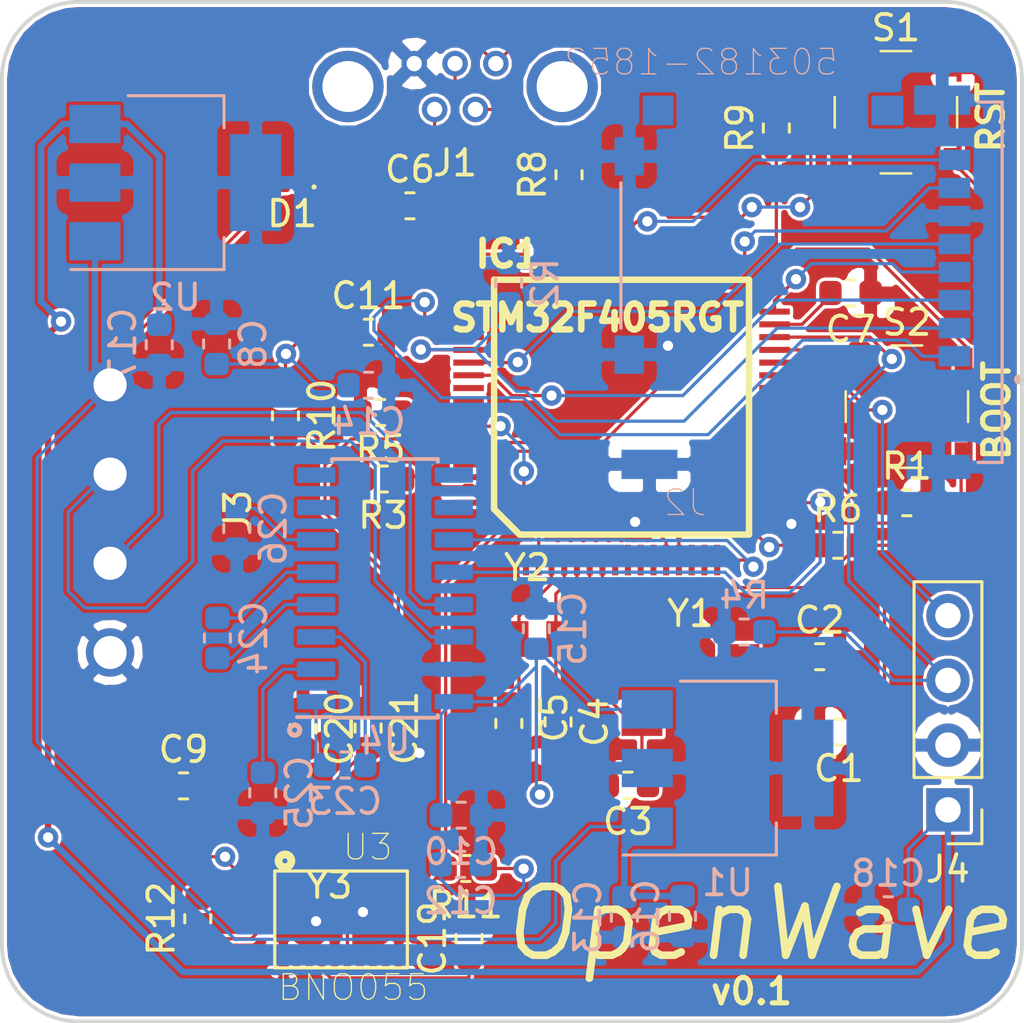
<source format=kicad_pcb>
(kicad_pcb (version 20171130) (host pcbnew 5.0.2-5.fc29)
  (layers (0 F.Cu signal hide) (1 GND signal hide) (2 POWER signal hide) (31 B.Cu signal) (34 B.Paste user) (35 F.Paste user) (36 B.SilkS user) (37 F.SilkS user) (38 B.Mask user) (39 F.Mask user) (44 Edge.Cuts user))
  (net 0 "")
  (net 1 /BOOT0)
  (net 2 +3V3)
  (net 3 /NRST)
  (net 4 GND)
  (net 5 /N$9)
  (net 6 /N$10)
  (net 7 /N$6)
  (net 8 /N$5)
  (net 9 /N$1)
  (net 10 /N$2)
  (net 11 +12V)
  (net 12 /4.2V)
  (net 13 "Net-(C19-Pad1)")
  (net 14 /BNO055/XIN32)
  (net 15 /BNO055/XOUT32)
  (net 16 "Net-(C23-Pad1)")
  (net 17 "Net-(C23-Pad2)")
  (net 18 "Net-(C24-Pad1)")
  (net 19 "Net-(C24-Pad2)")
  (net 20 "Net-(C25-Pad2)")
  (net 21 "Net-(C26-Pad2)")
  (net 22 +5V)
  (net 23 "Net-(IC1-Pad1)")
  (net 24 /IO_PC0)
  (net 25 /IO_PC1)
  (net 26 /IO_PC2)
  (net 27 /IO_PC3)
  (net 28 /IO_PA0)
  (net 29 /IO_PA1)
  (net 30 /IO_PA2)
  (net 31 /IO_PA3)
  (net 32 /IO_PA4)
  (net 33 /IO_PA5)
  (net 34 /IO_PA6)
  (net 35 /IO_PA7)
  (net 36 /LEDG1)
  (net 37 /LEDG2)
  (net 38 /IO_PB0)
  (net 39 /IO_PB1)
  (net 40 /IO_PB2)
  (net 41 /IO_PB10)
  (net 42 /IO_PB11)
  (net 43 /IO_PB12)
  (net 44 /IO_PB13)
  (net 45 /IO_PB14)
  (net 46 /IO_PB15)
  (net 47 /IO_PC6)
  (net 48 /IO_PC7)
  (net 49 /SDIO_D0)
  (net 50 /SDIO_D1)
  (net 51 /LEDR1)
  (net 52 /FS_USB_ID)
  (net 53 /FS_DM)
  (net 54 /FS_DP)
  (net 55 /USR_SW)
  (net 56 /IO_PA14)
  (net 57 /IO_PA15)
  (net 58 /SDIO_D2)
  (net 59 /SDIO_D3)
  (net 60 /SDIO_CK)
  (net 61 /SDIO_CMD)
  (net 62 /IO_PB3)
  (net 63 /IO_PB4)
  (net 64 /MMA_AVDD)
  (net 65 /I2C1-SCK)
  (net 66 /I2C1-SDA)
  (net 67 "Net-(IC1-Pad61)")
  (net 68 /IO_PB9)
  (net 69 "Net-(J1-Pad6)")
  (net 70 "Net-(J1-Pad2)")
  (net 71 "Net-(J1-Pad3)")
  (net 72 "Net-(J2-PadSW)")
  (net 73 "Net-(J2-PadDT)")
  (net 74 /RS232_RX)
  (net 75 /RS232_TX)
  (net 76 "Net-(R12-Pad1)")
  (net 77 "Net-(U3-Pad14)")
  (net 78 "Net-(U3-Pad17)")
  (net 79 "Net-(U3-Pad18)")
  (net 80 "Net-(U4-Pad7)")
  (net 81 "Net-(U4-Pad8)")
  (net 82 "Net-(U4-Pad9)")
  (net 83 "Net-(U4-Pad10)")
  (net 84 "Net-(S1-Pad1)")
  (net 85 "Net-(S1-Pad3)")
  (net 86 "Net-(S2-Pad3)")
  (net 87 "Net-(S2-Pad1)")
  (module my_footprints:4-WAY-PCB_SOCKET (layer F.Cu) (at 64 72 90)
    (fp_text reference J3 (at -12 9.25 90) (layer F.SilkS))
    (fp_text value Screw_Terminal_01x04)
    (pad 1 thru_hole circle (at -17.526 4.242 90) (size 1.9 1.9) (drill 1.3) (layers *.Cu *.Mask) (net 4 GND))
    (pad 2 thru_hole circle (at -14.026 4.242 90) (size 1.9 1.9) (drill 1.3) (layers *.Cu *.Mask) (net 74 /RS232_RX))
    (pad 3 thru_hole circle (at -10.526 4.242 90) (size 1.9 1.9) (drill 1.3) (layers *.Cu *.Mask) (net 75 /RS232_TX))
    (pad 4 thru_hole circle (at -7.026 4.242 90) (size 1.9 1.9) (drill 1.3) (layers *.Cu *.Mask) (net 11 +12V))
  )
  (module digikey-footprints:Switch_Tactile_SMD_4.5x4.5mm_TL3315NF160Q (layer F.Cu) (at 99.06 68.33)
    (fp_text reference S1 (at 0 -3.31) (layer F.SilkS))
    (fp_text value TL3315NF160Q)
    (pad 1 smd rect (at -2.475 -1.75) (size 0.2 1.1) (layers F.Cu F.Paste F.Mask) (net 84 "Net-(S1-Pad1)"))
    (pad 4 smd rect (at 2.475 1.75) (size 0.2 1.1) (layers F.Cu F.Paste F.Mask) (net 3 /NRST))
    (pad 3 smd rect (at -2.475 1.75) (size 0.2 1.1) (layers F.Cu F.Paste F.Mask) (net 85 "Net-(S1-Pad3)"))
    (pad 2 smd rect (at 2.475 -1.75) (size 0.2 1.1) (layers F.Cu F.Paste F.Mask) (net 4 GND))
    (pad 1 smd rect (at -2.125 -1.75) (size 0.5 0.7) (layers F.Cu F.Paste F.Mask) (net 84 "Net-(S1-Pad1)"))
    (pad 2 smd rect (at 2.125 -1.75) (size 0.5 0.7) (layers F.Cu F.Paste F.Mask) (net 4 GND))
    (pad 3 smd rect (at -2.125 1.75) (size 0.5 0.7) (layers F.Cu F.Paste F.Mask) (net 85 "Net-(S1-Pad3)"))
    (pad 4 smd rect (at 2.125 1.75) (size 0.5 0.7) (layers F.Cu F.Paste F.Mask) (net 3 /NRST))
  )
  (module Capacitor_SMD:C_0603_1608Metric (layer F.Cu) (at 96.82 92.65 180)
    (fp_text reference C1 (at 0 -1.43 180) (layer F.SilkS))
    (fp_text value 100n)
    (pad 1 smd roundrect (at -0.7875 0 180) (size 0.875 0.95) (layers F.Cu F.Paste F.Mask) (net 3 /NRST))
    (pad 2 smd roundrect (at 0.7875 0 180) (size 0.875 0.95) (layers F.Cu F.Paste F.Mask) (net 4 GND))
  )
  (module Capacitor_SMD:C_0603_1608Metric (layer F.Cu) (at 96.07 89.69)
    (fp_text reference C2 (at 0 -1.43) (layer F.SilkS))
    (fp_text value 12p)
    (pad 1 smd roundrect (at -0.7875 0) (size 0.875 0.95) (layers F.Cu F.Paste F.Mask) (net 5 /N$9))
    (pad 2 smd roundrect (at 0.7875 0) (size 0.875 0.95) (layers F.Cu F.Paste F.Mask) (net 4 GND))
  )
  (module Capacitor_SMD:C_0603_1608Metric (layer F.Cu) (at 88.55 94.73 180)
    (fp_text reference C3 (at 0 -1.43 180) (layer F.SilkS))
    (fp_text value 12p)
    (pad 2 smd roundrect (at 0.7875 0 180) (size 0.875 0.95) (layers F.Cu F.Paste F.Mask) (net 4 GND))
    (pad 1 smd roundrect (at -0.7875 0 180) (size 0.875 0.95) (layers F.Cu F.Paste F.Mask) (net 6 /N$10))
  )
  (module Capacitor_SMD:C_0603_1608Metric (layer F.Cu) (at 85.81 92.25 270)
    (fp_text reference C4 (at 0 -1.43 270) (layer F.SilkS))
    (fp_text value 12p)
    (pad 2 smd roundrect (at 0.7875 0 270) (size 0.875 0.95) (layers F.Cu F.Paste F.Mask) (net 4 GND))
    (pad 1 smd roundrect (at -0.7875 0 270) (size 0.875 0.95) (layers F.Cu F.Paste F.Mask) (net 7 /N$6))
  )
  (module Capacitor_SMD:C_0603_1608Metric (layer F.Cu) (at 83.88 92.31 270)
    (fp_text reference C5 (at -0.230001 -1.770001 270) (layer F.SilkS))
    (fp_text value 12p)
    (pad 1 smd roundrect (at -0.7875 0 270) (size 0.875 0.95) (layers F.Cu F.Paste F.Mask) (net 8 /N$5))
    (pad 2 smd roundrect (at 0.7875 0 270) (size 0.875 0.95) (layers F.Cu F.Paste F.Mask) (net 4 GND))
  )
  (module Capacitor_SMD:C_0603_1608Metric (layer F.Cu) (at 80 72)
    (fp_text reference C6 (at 0 -1.43) (layer F.SilkS))
    (fp_text value 2u2)
    (pad 1 smd roundrect (at -0.7875 0) (size 0.875 0.95) (layers F.Cu F.Paste F.Mask) (net 4 GND))
    (pad 2 smd roundrect (at 0.7875 0) (size 0.875 0.95) (layers F.Cu F.Paste F.Mask) (net 9 /N$1))
  )
  (module Capacitor_SMD:C_0603_1608Metric (layer F.Cu) (at 97.28 75.42 180)
    (fp_text reference C7 (at 0 -1.43 180) (layer F.SilkS))
    (fp_text value 2u2)
    (pad 1 smd roundrect (at -0.7875 0 180) (size 0.875 0.95) (layers F.Cu F.Paste F.Mask) (net 4 GND))
    (pad 2 smd roundrect (at 0.7875 0 180) (size 0.875 0.95) (layers F.Cu F.Paste F.Mask) (net 10 /N$2))
  )
  (module Capacitor_SMD:C_0603_1608Metric (layer B.Cu) (at 72.42 77.42 90)
    (fp_text reference C8 (at 0 1.43 90) (layer B.SilkS) (effects (justify mirror)))
    (fp_text value 100n)
    (pad 1 smd roundrect (at -0.7875 0 90) (size 0.875 0.95) (layers B.Cu B.Paste B.Mask) (net 2 +3V3))
    (pad 2 smd roundrect (at 0.7875 0 90) (size 0.875 0.95) (layers B.Cu B.Paste B.Mask) (net 4 GND))
  )
  (module Capacitor_SMD:C_0603_1608Metric (layer F.Cu) (at 71.1225 94.76)
    (fp_text reference C9 (at 0 -1.43) (layer F.SilkS))
    (fp_text value 100n)
    (pad 2 smd roundrect (at 0.7875 0) (size 0.875 0.95) (layers F.Cu F.Paste F.Mask) (net 4 GND))
    (pad 1 smd roundrect (at -0.7875 0) (size 0.875 0.95) (layers F.Cu F.Paste F.Mask) (net 2 +3V3))
  )
  (module Capacitor_SMD:C_0603_1608Metric (layer B.Cu) (at 82.01 95.91)
    (fp_text reference C10 (at 0 1.43) (layer B.SilkS) (effects (justify mirror)))
    (fp_text value 100n)
    (pad 1 smd roundrect (at -0.7875 0) (size 0.875 0.95) (layers B.Cu B.Paste B.Mask) (net 2 +3V3))
    (pad 2 smd roundrect (at 0.7875 0) (size 0.875 0.95) (layers B.Cu B.Paste B.Mask) (net 4 GND))
  )
  (module Capacitor_SMD:C_0603_1608Metric (layer F.Cu) (at 78.3725 76.96)
    (fp_text reference C11 (at 0 -1.43) (layer F.SilkS))
    (fp_text value 100n)
    (pad 2 smd roundrect (at 0.7875 0) (size 0.875 0.95) (layers F.Cu F.Paste F.Mask) (net 4 GND))
    (pad 1 smd roundrect (at -0.7875 0) (size 0.875 0.95) (layers F.Cu F.Paste F.Mask) (net 2 +3V3))
  )
  (module Capacitor_SMD:C_0603_1608Metric (layer B.Cu) (at 81.99 97.84)
    (fp_text reference C12 (at 0 1.43) (layer B.SilkS) (effects (justify mirror)))
    (fp_text value 4u7)
    (pad 2 smd roundrect (at 0.7875 0) (size 0.875 0.95) (layers B.Cu B.Paste B.Mask) (net 4 GND))
    (pad 1 smd roundrect (at -0.7875 0) (size 0.875 0.95) (layers B.Cu B.Paste B.Mask) (net 2 +3V3))
  )
  (module Capacitor_SMD:C_0603_1608Metric (layer B.Cu) (at 88.41 99.91 270)
    (fp_text reference C13 (at 0 1.43 270) (layer B.SilkS) (effects (justify mirror)))
    (fp_text value 1u)
    (pad 2 smd roundrect (at 0.7875 0 270) (size 0.875 0.95) (layers B.Cu B.Paste B.Mask) (net 4 GND))
    (pad 1 smd roundrect (at -0.7875 0 270) (size 0.875 0.95) (layers B.Cu B.Paste B.Mask) (net 11 +12V))
  )
  (module Capacitor_SMD:C_0603_1608Metric (layer B.Cu) (at 78.38 79.04)
    (fp_text reference C14 (at 0 1.43) (layer B.SilkS) (effects (justify mirror)))
    (fp_text value 1u)
    (pad 1 smd roundrect (at -0.7875 0) (size 0.875 0.95) (layers B.Cu B.Paste B.Mask) (net 2 +3V3))
    (pad 2 smd roundrect (at 0.7875 0) (size 0.875 0.95) (layers B.Cu B.Paste B.Mask) (net 4 GND))
  )
  (module Capacitor_SMD:C_0603_1608Metric (layer B.Cu) (at 84.96 88.59 90)
    (fp_text reference C15 (at 0 1.43 90) (layer B.SilkS) (effects (justify mirror)))
    (fp_text value 100n)
    (pad 2 smd roundrect (at 0.7875 0 90) (size 0.875 0.95) (layers B.Cu B.Paste B.Mask) (net 4 GND))
    (pad 1 smd roundrect (at -0.7875 0 90) (size 0.875 0.95) (layers B.Cu B.Paste B.Mask) (net 2 +3V3))
  )
  (module Capacitor_SMD:C_0603_1608Metric (layer B.Cu) (at 90.69 99.87 270)
    (fp_text reference C16 (at 0 1.43 270) (layer B.SilkS) (effects (justify mirror)))
    (fp_text value 1u)
    (pad 2 smd roundrect (at 0.7875 0 270) (size 0.875 0.95) (layers B.Cu B.Paste B.Mask) (net 4 GND))
    (pad 1 smd roundrect (at -0.7875 0 270) (size 0.875 0.95) (layers B.Cu B.Paste B.Mask) (net 11 +12V))
  )
  (module Capacitor_SMD:C_0603_1608Metric (layer B.Cu) (at 70.17 77.4525 270)
    (fp_text reference C17 (at 0 1.43 270) (layer B.SilkS) (effects (justify mirror)))
    (fp_text value 1u)
    (pad 2 smd roundrect (at 0.7875 0 270) (size 0.875 0.95) (layers B.Cu B.Paste B.Mask) (net 4 GND))
    (pad 1 smd roundrect (at -0.7875 0 270) (size 0.875 0.95) (layers B.Cu B.Paste B.Mask) (net 12 /4.2V))
  )
  (module Capacitor_SMD:C_0603_1608Metric (layer B.Cu) (at 98.76 99.62 180)
    (fp_text reference C18 (at 0 1.43 180) (layer B.SilkS) (effects (justify mirror)))
    (fp_text value 100n)
    (pad 1 smd roundrect (at -0.7875 0 180) (size 0.875 0.95) (layers B.Cu B.Paste B.Mask) (net 12 /4.2V))
    (pad 2 smd roundrect (at 0.7875 0 180) (size 0.875 0.95) (layers B.Cu B.Paste B.Mask) (net 4 GND))
  )
  (module Capacitor_SMD:C_0603_1608Metric (layer F.Cu) (at 82.32 100.75 90)
    (fp_text reference C19 (at 0 -1.43 90) (layer F.SilkS))
    (fp_text value 22pf)
    (pad 2 smd roundrect (at 0.7875 0 90) (size 0.875 0.95) (layers F.Cu F.Paste F.Mask) (net 4 GND))
    (pad 1 smd roundrect (at -0.7875 0 90) (size 0.875 0.95) (layers F.Cu F.Paste F.Mask) (net 13 "Net-(C19-Pad1)"))
  )
  (module Capacitor_SMD:C_0603_1608Metric (layer F.Cu) (at 75.81 92.52 270)
    (fp_text reference C20 (at 0 -1.43 270) (layer F.SilkS))
    (fp_text value 12pf)
    (pad 2 smd roundrect (at 0.7875 0 270) (size 0.875 0.95) (layers F.Cu F.Paste F.Mask) (net 14 /BNO055/XIN32))
    (pad 1 smd roundrect (at -0.7875 0 270) (size 0.875 0.95) (layers F.Cu F.Paste F.Mask) (net 4 GND))
  )
  (module Capacitor_SMD:C_0603_1608Metric (layer F.Cu) (at 78.36 92.49 270)
    (fp_text reference C21 (at 0 -1.43 270) (layer F.SilkS))
    (fp_text value 12pf)
    (pad 1 smd roundrect (at -0.7875 0 270) (size 0.875 0.95) (layers F.Cu F.Paste F.Mask) (net 4 GND))
    (pad 2 smd roundrect (at 0.7875 0 270) (size 0.875 0.95) (layers F.Cu F.Paste F.Mask) (net 15 /BNO055/XOUT32))
  )
  (module Capacitor_SMD:C_0603_1608Metric (layer B.Cu) (at 77.46 93.94)
    (fp_text reference C23 (at 0 1.43) (layer B.SilkS) (effects (justify mirror)))
    (fp_text value 0.1uF)
    (pad 1 smd roundrect (at -0.7875 0) (size 0.875 0.95) (layers B.Cu B.Paste B.Mask) (net 16 "Net-(C23-Pad1)"))
    (pad 2 smd roundrect (at 0.7875 0) (size 0.875 0.95) (layers B.Cu B.Paste B.Mask) (net 17 "Net-(C23-Pad2)"))
  )
  (module Capacitor_SMD:C_0603_1608Metric (layer B.Cu) (at 72.45 88.96 90)
    (fp_text reference C24 (at 0 1.43 90) (layer B.SilkS) (effects (justify mirror)))
    (fp_text value 0.1uF)
    (pad 1 smd roundrect (at -0.7875 0 90) (size 0.875 0.95) (layers B.Cu B.Paste B.Mask) (net 18 "Net-(C24-Pad1)"))
    (pad 2 smd roundrect (at 0.7875 0 90) (size 0.875 0.95) (layers B.Cu B.Paste B.Mask) (net 19 "Net-(C24-Pad2)"))
  )
  (module Capacitor_SMD:C_0603_1608Metric (layer B.Cu) (at 74.23 95.03 90)
    (fp_text reference C25 (at 0 1.43 90) (layer B.SilkS) (effects (justify mirror)))
    (fp_text value 0.1uF)
    (pad 1 smd roundrect (at -0.7875 0 90) (size 0.875 0.95) (layers B.Cu B.Paste B.Mask) (net 4 GND))
    (pad 2 smd roundrect (at 0.7875 0 90) (size 0.875 0.95) (layers B.Cu B.Paste B.Mask) (net 20 "Net-(C25-Pad2)"))
  )
  (module Capacitor_SMD:C_0603_1608Metric (layer B.Cu) (at 73.21 84.66 90)
    (fp_text reference C26 (at 0 1.43 90) (layer B.SilkS) (effects (justify mirror)))
    (fp_text value 0.1uF)
    (pad 2 smd roundrect (at 0.7875 0 90) (size 0.875 0.95) (layers B.Cu B.Paste B.Mask) (net 21 "Net-(C26-Pad2)"))
    (pad 1 smd roundrect (at -0.7875 0 90) (size 0.875 0.95) (layers B.Cu B.Paste B.Mask) (net 4 GND))
  )
  (module Diode_SMD:D_0201_0603Metric (layer F.Cu) (at 75.38 71.26 180)
    (fp_text reference D1 (at 0 -1.05 180) (layer F.SilkS))
    (fp_text value D_Schottky)
    (pad 1 smd roundrect (at -0.32 0 180) (size 0.46 0.4) (layers F.Cu F.Mask) (net 22 +5V))
    (pad 2 smd roundrect (at 0.32 0 180) (size 0.46 0.4) (layers F.Cu F.Mask) (net 11 +12V))
  )
  (module pyboard:LQFP64 (layer F.Cu) (at 88.3 79.9)
    (fp_text reference IC1 (at -4.4577 -6.0071) (layer F.SilkS) (effects (font (size 1.016 1.016) (thickness 0.254))))
    (fp_text value STM32F405RGT (at -0.94996 -3.50774) (layer F.SilkS) (effects (font (size 1.016 1.016) (thickness 0.254))))
    (pad 1 smd rect (at -3.74904 5.99948 90) (size 1.19888 0.23876) (layers F.Cu F.Paste F.Mask) (net 23 "Net-(IC1-Pad1)"))
    (pad 2 smd rect (at -3.24866 5.99948 90) (size 1.19888 0.23876) (layers F.Cu F.Paste F.Mask) (net 2 +3V3))
    (pad 3 smd rect (at -2.74828 5.99948 90) (size 1.19888 0.23876) (layers F.Cu F.Paste F.Mask) (net 8 /N$5))
    (pad 4 smd rect (at -2.2479 5.99948 90) (size 1.19888 0.23876) (layers F.Cu F.Paste F.Mask) (net 7 /N$6))
    (pad 5 smd rect (at -1.75006 5.99948 90) (size 1.19888 0.23876) (layers F.Cu F.Paste F.Mask) (net 6 /N$10))
    (pad 6 smd rect (at -1.24968 5.99948 90) (size 1.19888 0.23876) (layers F.Cu F.Paste F.Mask) (net 5 /N$9))
    (pad 7 smd rect (at -0.7493 5.99948 90) (size 1.19888 0.23876) (layers F.Cu F.Paste F.Mask) (net 3 /NRST))
    (pad 8 smd rect (at -0.24892 5.99948 90) (size 1.19888 0.23876) (layers F.Cu F.Paste F.Mask) (net 24 /IO_PC0))
    (pad 9 smd rect (at 0.24892 5.99948 90) (size 1.19888 0.23876) (layers F.Cu F.Paste F.Mask) (net 25 /IO_PC1))
    (pad 10 smd rect (at 0.7493 5.99948 90) (size 1.19888 0.23876) (layers F.Cu F.Paste F.Mask) (net 26 /IO_PC2))
    (pad 11 smd rect (at 1.24968 5.99948 90) (size 1.19888 0.23876) (layers F.Cu F.Paste F.Mask) (net 27 /IO_PC3))
    (pad 12 smd rect (at 1.74752 5.99948 90) (size 1.19888 0.23876) (layers F.Cu F.Paste F.Mask) (net 4 GND))
    (pad 13 smd rect (at 2.2479 5.99948 90) (size 1.19888 0.23876) (layers F.Cu F.Paste F.Mask) (net 2 +3V3))
    (pad 14 smd rect (at 2.74828 5.99948 90) (size 1.19888 0.23876) (layers F.Cu F.Paste F.Mask) (net 28 /IO_PA0))
    (pad 15 smd rect (at 3.24866 5.99948 90) (size 1.19888 0.23876) (layers F.Cu F.Paste F.Mask) (net 29 /IO_PA1))
    (pad 16 smd rect (at 3.74904 5.99948 90) (size 1.19888 0.23876) (layers F.Cu F.Paste F.Mask) (net 30 /IO_PA2))
    (pad 17 smd rect (at 5.99948 3.74904 180) (size 1.19888 0.23876) (layers F.Cu F.Paste F.Mask) (net 31 /IO_PA3))
    (pad 18 smd rect (at 5.99948 3.24866 180) (size 1.19888 0.23876) (layers F.Cu F.Paste F.Mask) (net 4 GND))
    (pad 19 smd rect (at 5.99948 2.74828 180) (size 1.19888 0.23876) (layers F.Cu F.Paste F.Mask) (net 2 +3V3))
    (pad 20 smd rect (at 5.99948 2.2479 180) (size 1.19888 0.23876) (layers F.Cu F.Paste F.Mask) (net 32 /IO_PA4))
    (pad 21 smd rect (at 5.99948 1.75006 180) (size 1.19888 0.23876) (layers F.Cu F.Paste F.Mask) (net 33 /IO_PA5))
    (pad 22 smd rect (at 5.99948 1.24968 180) (size 1.19888 0.23876) (layers F.Cu F.Paste F.Mask) (net 34 /IO_PA6))
    (pad 23 smd rect (at 5.99948 0.7493 180) (size 1.19888 0.23876) (layers F.Cu F.Paste F.Mask) (net 35 /IO_PA7))
    (pad 24 smd rect (at 5.99948 0.24892 180) (size 1.19888 0.23876) (layers F.Cu F.Paste F.Mask) (net 36 /LEDG1))
    (pad 25 smd rect (at 5.99948 -0.24892 180) (size 1.19888 0.23876) (layers F.Cu F.Paste F.Mask) (net 37 /LEDG2))
    (pad 26 smd rect (at 5.99948 -0.7493 180) (size 1.19888 0.23876) (layers F.Cu F.Paste F.Mask) (net 38 /IO_PB0))
    (pad 27 smd rect (at 5.99948 -1.24968 180) (size 1.19888 0.23876) (layers F.Cu F.Paste F.Mask) (net 39 /IO_PB1))
    (pad 28 smd rect (at 5.99948 -1.74752 180) (size 1.19888 0.23876) (layers F.Cu F.Paste F.Mask) (net 40 /IO_PB2))
    (pad 29 smd rect (at 5.99948 -2.2479 180) (size 1.19888 0.23876) (layers F.Cu F.Paste F.Mask) (net 41 /IO_PB10))
    (pad 30 smd rect (at 5.99948 -2.74828 180) (size 1.19888 0.23876) (layers F.Cu F.Paste F.Mask) (net 42 /IO_PB11))
    (pad 31 smd rect (at 5.99948 -3.24866 180) (size 1.19888 0.23876) (layers F.Cu F.Paste F.Mask) (net 10 /N$2))
    (pad 32 smd rect (at 5.99948 -3.74904 180) (size 1.19888 0.23876) (layers F.Cu F.Paste F.Mask) (net 2 +3V3))
    (pad 33 smd rect (at 3.74904 -5.99948 270) (size 1.19888 0.23876) (layers F.Cu F.Paste F.Mask) (net 43 /IO_PB12))
    (pad 34 smd rect (at 3.24866 -5.99948 270) (size 1.19888 0.23876) (layers F.Cu F.Paste F.Mask) (net 44 /IO_PB13))
    (pad 35 smd rect (at 2.74828 -5.99948 270) (size 1.19888 0.23876) (layers F.Cu F.Paste F.Mask) (net 45 /IO_PB14))
    (pad 36 smd rect (at 2.2479 -5.99948 270) (size 1.19888 0.23876) (layers F.Cu F.Paste F.Mask) (net 46 /IO_PB15))
    (pad 37 smd rect (at 1.74752 -5.99948 270) (size 1.19888 0.23876) (layers F.Cu F.Paste F.Mask) (net 47 /IO_PC6))
    (pad 38 smd rect (at 1.24968 -5.99948 270) (size 1.19888 0.23876) (layers F.Cu F.Paste F.Mask) (net 48 /IO_PC7))
    (pad 39 smd rect (at 0.7493 -5.99948 270) (size 1.19888 0.23876) (layers F.Cu F.Paste F.Mask) (net 49 /SDIO_D0))
    (pad 40 smd rect (at 0.24892 -5.99948 270) (size 1.19888 0.23876) (layers F.Cu F.Paste F.Mask) (net 50 /SDIO_D1))
    (pad 41 smd rect (at -0.24892 -5.99948 270) (size 1.19888 0.23876) (layers F.Cu F.Paste F.Mask) (net 51 /LEDR1))
    (pad 42 smd rect (at -0.7493 -5.99948 270) (size 1.19888 0.23876) (layers F.Cu F.Paste F.Mask) (net 22 +5V))
    (pad 43 smd rect (at -1.24968 -5.99948 270) (size 1.19888 0.23876) (layers F.Cu F.Paste F.Mask) (net 52 /FS_USB_ID))
    (pad 44 smd rect (at -1.75006 -5.99948 270) (size 1.19888 0.23876) (layers F.Cu F.Paste F.Mask) (net 53 /FS_DM))
    (pad 45 smd rect (at -2.2479 -5.99948 270) (size 1.19888 0.23876) (layers F.Cu F.Paste F.Mask) (net 54 /FS_DP))
    (pad 46 smd rect (at -2.74828 -5.99948 270) (size 1.19888 0.23876) (layers F.Cu F.Paste F.Mask) (net 55 /USR_SW))
    (pad 47 smd rect (at -3.24866 -5.99948 270) (size 1.19888 0.23876) (layers F.Cu F.Paste F.Mask) (net 9 /N$1))
    (pad 48 smd rect (at -3.74904 -5.99948 270) (size 1.19888 0.23876) (layers F.Cu F.Paste F.Mask) (net 2 +3V3))
    (pad 49 smd rect (at -5.99948 -3.74904) (size 1.19888 0.23876) (layers F.Cu F.Paste F.Mask) (net 56 /IO_PA14))
    (pad 50 smd rect (at -5.99948 -3.24866) (size 1.19888 0.23876) (layers F.Cu F.Paste F.Mask) (net 57 /IO_PA15))
    (pad 51 smd rect (at -5.99948 -2.74828) (size 1.19888 0.23876) (layers F.Cu F.Paste F.Mask) (net 58 /SDIO_D2))
    (pad 52 smd rect (at -5.99948 -2.2479) (size 1.19888 0.23876) (layers F.Cu F.Paste F.Mask) (net 59 /SDIO_D3))
    (pad 53 smd rect (at -5.99948 -1.74752) (size 1.19888 0.23876) (layers F.Cu F.Paste F.Mask) (net 60 /SDIO_CK))
    (pad 54 smd rect (at -5.99948 -1.24968) (size 1.19888 0.23876) (layers F.Cu F.Paste F.Mask) (net 61 /SDIO_CMD))
    (pad 55 smd rect (at -5.99948 -0.7493) (size 1.19888 0.23876) (layers F.Cu F.Paste F.Mask) (net 62 /IO_PB3))
    (pad 56 smd rect (at -5.99948 -0.24892) (size 1.19888 0.23876) (layers F.Cu F.Paste F.Mask) (net 63 /IO_PB4))
    (pad 57 smd rect (at -5.99948 0.24892) (size 1.19888 0.23876) (layers F.Cu F.Paste F.Mask) (net 64 /MMA_AVDD))
    (pad 58 smd rect (at -5.99948 0.7493) (size 1.19888 0.23876) (layers F.Cu F.Paste F.Mask) (net 65 /I2C1-SCK))
    (pad 59 smd rect (at -5.99948 1.24968) (size 1.19888 0.23876) (layers F.Cu F.Paste F.Mask) (net 66 /I2C1-SDA))
    (pad 60 smd rect (at -5.99948 1.75006) (size 1.19888 0.23876) (layers F.Cu F.Paste F.Mask) (net 1 /BOOT0))
    (pad 61 smd rect (at -5.99948 2.2479) (size 1.19888 0.23876) (layers F.Cu F.Paste F.Mask) (net 67 "Net-(IC1-Pad61)"))
    (pad 62 smd rect (at -5.99948 2.74828) (size 1.19888 0.23876) (layers F.Cu F.Paste F.Mask) (net 68 /IO_PB9))
    (pad 63 smd rect (at -5.99948 3.24866) (size 1.19888 0.23876) (layers F.Cu F.Paste F.Mask) (net 4 GND))
    (pad 64 smd rect (at -5.99948 3.74904) (size 1.19888 0.23876) (layers F.Cu F.Paste F.Mask) (net 2 +3V3))
  )
  (module 503182-1852:MOLEX_503182-1852 (layer B.Cu) (at 95 75 90)
    (fp_text reference J2 (at -8.64903 -4.21685) (layer B.SilkS) (effects (font (size 1.00162 1.00162) (thickness 0.05)) (justify mirror)))
    (fp_text value 503182-1852 (at 8.63712 -3.58418) (layer B.SilkS) (effects (font (size 1.00257 1.00257) (thickness 0.05)) (justify mirror)))
    (pad 1 smd rect (at -2.9 6.355 90) (size 0.8 1.24) (layers B.Cu B.Paste B.Mask) (net 58 /SDIO_D2))
    (pad 2 smd rect (at -1.8 6.355 90) (size 0.8 1.24) (layers B.Cu B.Paste B.Mask) (net 59 /SDIO_D3))
    (pad 3 smd rect (at -0.7 6.355 90) (size 0.8 1.24) (layers B.Cu B.Paste B.Mask) (net 61 /SDIO_CMD))
    (pad 4 smd rect (at 0.4 6.355 90) (size 0.8 1.24) (layers B.Cu B.Paste B.Mask) (net 2 +3V3))
    (pad 5 smd rect (at 1.5 6.355 90) (size 0.8 1.24) (layers B.Cu B.Paste B.Mask) (net 60 /SDIO_CK))
    (pad 6 smd rect (at 2.6 6.355 90) (size 0.8 1.24) (layers B.Cu B.Paste B.Mask) (net 4 GND))
    (pad 7 smd rect (at 3.7 6.355 90) (size 0.8 1.24) (layers B.Cu B.Paste B.Mask) (net 49 /SDIO_D0))
    (pad 8 smd rect (at 4.8 6.355 90) (size 0.8 1.24) (layers B.Cu B.Paste B.Mask) (net 50 /SDIO_D1))
    (pad P1 smd rect (at -7.245 5.725 90) (size 0.95 2.5) (layers B.Cu B.Paste B.Mask) (net 4 GND))
    (pad P2 smd rect (at 7.145 5.875 90) (size 1.15 2.2) (layers B.Cu B.Paste B.Mask) (net 4 GND))
    (pad SW smd rect (at 6.74 3.725 90) (size 1.16 1.25) (layers B.Cu B.Paste B.Mask) (net 72 "Net-(J2-PadSW)"))
    (pad DT smd rect (at 6.74 -5.275 90) (size 1.16 1.2) (layers B.Cu B.Paste B.Mask) (net 73 "Net-(J2-PadDT)"))
    (pad P3 smd rect (at -7.145 -5.605 90) (size 1.15 2.2) (layers B.Cu B.Paste B.Mask) (net 4 GND))
    (pad P4 smd rect (at -2.84 -6.4 90) (size 1.5 1.15) (layers B.Cu B.Paste B.Mask) (net 4 GND))
    (pad P5 smd rect (at 4.94 -6.4 90) (size 1.5 1.15) (layers B.Cu B.Paste B.Mask) (net 4 GND))
  )
  (module Connector_PinHeader_2.54mm:PinHeader_1x04_P2.54mm_Vertical (layer F.Cu) (at 101.1 95.7 180)
    (fp_text reference J4 (at 0 -2.33 180) (layer F.SilkS))
    (fp_text value Conn_01x04_Female)
    (pad 1 thru_hole rect (at 0 0 180) (size 1.7 1.7) (drill 1) (layers *.Cu *.Mask) (net 12 /4.2V))
    (pad 2 thru_hole oval (at 0 2.54 180) (size 1.7 1.7) (drill 1) (layers *.Cu *.Mask) (net 4 GND))
    (pad 3 thru_hole oval (at 0 5.08 180) (size 1.7 1.7) (drill 1) (layers *.Cu *.Mask) (net 42 /IO_PB11))
    (pad 4 thru_hole oval (at 0 7.62 180) (size 1.7 1.7) (drill 1) (layers *.Cu *.Mask) (net 41 /IO_PB10))
  )
  (module Resistor_SMD:R_0603_1608Metric (layer F.Cu) (at 99.4875 83.65)
    (fp_text reference R1 (at 0 -1.43) (layer F.SilkS))
    (fp_text value 1k)
    (pad 2 smd roundrect (at 0.7875 0) (size 0.875 0.95) (layers F.Cu F.Paste F.Mask) (net 4 GND))
    (pad 1 smd roundrect (at -0.7875 0) (size 0.875 0.95) (layers F.Cu F.Paste F.Mask) (net 40 /IO_PB2))
  )
  (module Resistor_SMD:R_0603_1608Metric (layer B.Cu) (at 83.87 75.03 90)
    (fp_text reference R2 (at 0 1.43 90) (layer B.SilkS) (effects (justify mirror)))
    (fp_text value 10M)
    (pad 1 smd roundrect (at -0.7875 0 90) (size 0.875 0.95) (layers B.Cu B.Paste B.Mask) (net 59 /SDIO_D3))
    (pad 2 smd roundrect (at 0.7875 0 90) (size 0.875 0.95) (layers B.Cu B.Paste B.Mask) (net 4 GND))
  )
  (module Resistor_SMD:R_0603_1608Metric (layer F.Cu) (at 78.95 82.72 180)
    (fp_text reference R3 (at 0 -1.43 180) (layer F.SilkS))
    (fp_text value 100k)
    (pad 1 smd roundrect (at -0.7875 0 180) (size 0.875 0.95) (layers F.Cu F.Paste F.Mask) (net 1 /BOOT0))
    (pad 2 smd roundrect (at 0.7875 0 180) (size 0.875 0.95) (layers F.Cu F.Paste F.Mask) (net 4 GND))
  )
  (module Resistor_SMD:R_0603_1608Metric (layer B.Cu) (at 93.11 88.72 180)
    (fp_text reference R4 (at 0 1.43 180) (layer B.SilkS) (effects (justify mirror)))
    (fp_text value 100k)
    (pad 1 smd roundrect (at -0.7875 0 180) (size 0.875 0.95) (layers B.Cu B.Paste B.Mask) (net 42 /IO_PB11))
    (pad 2 smd roundrect (at 0.7875 0 180) (size 0.875 0.95) (layers B.Cu B.Paste B.Mask) (net 4 GND))
  )
  (module Resistor_SMD:R_0603_1608Metric (layer F.Cu) (at 78.85 80.11 180)
    (fp_text reference R5 (at 0 -1.43 180) (layer F.SilkS))
    (fp_text value 100k)
    (pad 2 smd roundrect (at 0.7875 0 180) (size 0.875 0.95) (layers F.Cu F.Paste F.Mask) (net 4 GND))
    (pad 1 smd roundrect (at -0.7875 0 180) (size 0.875 0.95) (layers F.Cu F.Paste F.Mask) (net 64 /MMA_AVDD))
  )
  (module Resistor_SMD:R_0603_1608Metric (layer F.Cu) (at 96.78 85.32)
    (fp_text reference R6 (at 0 -1.43) (layer F.SilkS))
    (fp_text value 10K)
    (pad 1 smd roundrect (at -0.7875 0) (size 0.875 0.95) (layers F.Cu F.Paste F.Mask) (net 2 +3V3))
    (pad 2 smd roundrect (at 0.7875 0) (size 0.875 0.95) (layers F.Cu F.Paste F.Mask) (net 3 /NRST))
  )
  (module Resistor_SMD:R_0603_1608Metric (layer F.Cu) (at 86.24 70.7825 90)
    (fp_text reference R8 (at 0 -1.43 90) (layer F.SilkS))
    (fp_text value 15R)
    (pad 1 smd roundrect (at -0.7875 0 90) (size 0.875 0.95) (layers F.Cu F.Paste F.Mask) (net 54 /FS_DP))
    (pad 2 smd roundrect (at 0.7875 0 90) (size 0.875 0.95) (layers F.Cu F.Paste F.Mask) (net 71 "Net-(J1-Pad3)"))
  )
  (module Resistor_SMD:R_0603_1608Metric (layer F.Cu) (at 94.37 68.95 90)
    (fp_text reference R9 (at 0 -1.43 90) (layer F.SilkS))
    (fp_text value 15R)
    (pad 2 smd roundrect (at 0.7875 0 90) (size 0.875 0.95) (layers F.Cu F.Paste F.Mask) (net 70 "Net-(J1-Pad2)"))
    (pad 1 smd roundrect (at -0.7875 0 90) (size 0.875 0.95) (layers F.Cu F.Paste F.Mask) (net 53 /FS_DM))
  )
  (module Resistor_SMD:R_0603_1608Metric (layer F.Cu) (at 75.12 80.24 270)
    (fp_text reference R10 (at 0 -1.43 270) (layer F.SilkS))
    (fp_text value 10k)
    (pad 1 smd roundrect (at -0.7875 0 270) (size 0.875 0.95) (layers F.Cu F.Paste F.Mask) (net 2 +3V3))
    (pad 2 smd roundrect (at 0.7875 0 270) (size 0.875 0.95) (layers F.Cu F.Paste F.Mask) (net 66 /I2C1-SDA))
  )
  (module Resistor_SMD:R_0603_1608Metric (layer F.Cu) (at 82.19 98 180)
    (fp_text reference R11 (at 0 -1.43 180) (layer F.SilkS))
    (fp_text value 10k)
    (pad 2 smd roundrect (at 0.7875 0 180) (size 0.875 0.95) (layers F.Cu F.Paste F.Mask) (net 65 /I2C1-SCK))
    (pad 1 smd roundrect (at -0.7875 0 180) (size 0.875 0.95) (layers F.Cu F.Paste F.Mask) (net 2 +3V3))
  )
  (module Resistor_SMD:R_0603_1608Metric (layer F.Cu) (at 71.68 99.97 90)
    (fp_text reference R12 (at 0 -1.43 90) (layer F.SilkS))
    (fp_text value 10k)
    (pad 2 smd roundrect (at 0.7875 0 90) (size 0.875 0.95) (layers F.Cu F.Paste F.Mask) (net 2 +3V3))
    (pad 1 smd roundrect (at -0.7875 0 90) (size 0.875 0.95) (layers F.Cu F.Paste F.Mask) (net 76 "Net-(R12-Pad1)"))
  )
  (module Package_TO_SOT_SMD:SOT-223-3_TabPin2 (layer B.Cu) (at 92.46 94.06)
    (fp_text reference U1 (at 0 4.5) (layer B.SilkS) (effects (justify mirror)))
    (fp_text value MIC5239-3.3YS)
    (pad 1 smd rect (at -3.15 2.3) (size 2 1.5) (layers B.Cu B.Paste B.Mask) (net 11 +12V))
    (pad 3 smd rect (at -3.15 -2.3) (size 2 1.5) (layers B.Cu B.Paste B.Mask) (net 2 +3V3))
    (pad 2 smd rect (at -3.15 0) (size 2 1.5) (layers B.Cu B.Paste B.Mask) (net 4 GND))
    (pad 2 smd rect (at 3.15 0) (size 2 3.8) (layers B.Cu B.Paste B.Mask) (net 4 GND))
  )
  (module Package_TO_SOT_SMD:SOT-223-3_TabPin2 (layer B.Cu) (at 70.8 71.09)
    (fp_text reference U2 (at 0 4.5) (layer B.SilkS) (effects (justify mirror)))
    (fp_text value MIC5209-4.2)
    (pad 2 smd rect (at 3.15 0) (size 2 3.8) (layers B.Cu B.Paste B.Mask) (net 4 GND))
    (pad 2 smd rect (at -3.15 0) (size 2 1.5) (layers B.Cu B.Paste B.Mask) (net 4 GND))
    (pad 3 smd rect (at -3.15 -2.3) (size 2 1.5) (layers B.Cu B.Paste B.Mask) (net 12 /4.2V))
    (pad 1 smd rect (at -3.15 2.3) (size 2 1.5) (layers B.Cu B.Paste B.Mask) (net 11 +12V))
  )
  (module BNO055:LGA28R50P4X10_380X520X100 (layer F.Cu) (at 77.3 100)
    (fp_text reference U3 (at 1.04105 -2.83785) (layer F.SilkS) (effects (font (size 1.00101 1.00101) (thickness 0.05))))
    (fp_text value BNO055 (at 0.475615 2.66846) (layer F.SilkS) (effects (font (size 1.0013 1.0013) (thickness 0.05))))
    (pad 1 smd rect (at -2.25 -1.5625 180) (size 0.3 0.525) (layers F.Cu F.Paste F.Mask))
    (pad 2 smd rect (at -2.3125 -0.75 270) (size 0.3 0.425) (layers F.Cu F.Paste F.Mask) (net 4 GND))
    (pad 3 smd rect (at -2.3125 -0.25 270) (size 0.3 0.425) (layers F.Cu F.Paste F.Mask) (net 2 +3V3))
    (pad 4 smd rect (at -2.3125 0.25 270) (size 0.3 0.425) (layers F.Cu F.Paste F.Mask) (net 76 "Net-(R12-Pad1)"))
    (pad 5 smd rect (at -2.3125 0.75 270) (size 0.3 0.425) (layers F.Cu F.Paste F.Mask) (net 4 GND))
    (pad 6 smd rect (at -2.25 1.5625 180) (size 0.3 0.525) (layers F.Cu F.Paste F.Mask) (net 4 GND))
    (pad 7 smd rect (at -1.75 1.5625 180) (size 0.3 0.525) (layers F.Cu F.Paste F.Mask))
    (pad 8 smd rect (at -1.25 1.5625 180) (size 0.3 0.525) (layers F.Cu F.Paste F.Mask))
    (pad 9 smd rect (at -0.75 1.5625 180) (size 0.3 0.525) (layers F.Cu F.Paste F.Mask) (net 13 "Net-(C19-Pad1)"))
    (pad 10 smd rect (at -0.25 1.5625 180) (size 0.3 0.525) (layers F.Cu F.Paste F.Mask) (net 4 GND))
    (pad 11 smd rect (at 0.25 1.5625 180) (size 0.3 0.525) (layers F.Cu F.Paste F.Mask) (net 76 "Net-(R12-Pad1)"))
    (pad 12 smd rect (at 0.75 1.5625 180) (size 0.3 0.525) (layers F.Cu F.Paste F.Mask))
    (pad 13 smd rect (at 1.25 1.5625 180) (size 0.3 0.525) (layers F.Cu F.Paste F.Mask))
    (pad 14 smd rect (at 1.75 1.5625 180) (size 0.3 0.525) (layers F.Cu F.Paste F.Mask) (net 77 "Net-(U3-Pad14)"))
    (pad 15 smd rect (at 2.25 1.5625 180) (size 0.3 0.525) (layers F.Cu F.Paste F.Mask) (net 4 GND))
    (pad 16 smd rect (at 2.3125 0.75 270) (size 0.3 0.425) (layers F.Cu F.Paste F.Mask) (net 4 GND))
    (pad 17 smd rect (at 2.3125 0.25 270) (size 0.3 0.425) (layers F.Cu F.Paste F.Mask) (net 78 "Net-(U3-Pad17)"))
    (pad 18 smd rect (at 2.3125 -0.25 270) (size 0.3 0.425) (layers F.Cu F.Paste F.Mask) (net 79 "Net-(U3-Pad18)"))
    (pad 19 smd rect (at 2.3125 -0.75 270) (size 0.3 0.425) (layers F.Cu F.Paste F.Mask) (net 65 /I2C1-SCK))
    (pad 20 smd rect (at 2.25 -1.5625 180) (size 0.3 0.525) (layers F.Cu F.Paste F.Mask) (net 66 /I2C1-SDA))
    (pad 21 smd rect (at 1.75 -1.5625 180) (size 0.3 0.525) (layers F.Cu F.Paste F.Mask))
    (pad 22 smd rect (at 1.25 -1.5625 180) (size 0.3 0.525) (layers F.Cu F.Paste F.Mask))
    (pad 23 smd rect (at 0.75 -1.5625 180) (size 0.3 0.525) (layers F.Cu F.Paste F.Mask))
    (pad 24 smd rect (at 0.25 -1.5625 180) (size 0.3 0.525) (layers F.Cu F.Paste F.Mask))
    (pad 25 smd rect (at -0.25 -1.5625 180) (size 0.3 0.525) (layers F.Cu F.Paste F.Mask) (net 4 GND))
    (pad 26 smd rect (at -0.75 -1.5625 180) (size 0.3 0.525) (layers F.Cu F.Paste F.Mask) (net 15 /BNO055/XOUT32))
    (pad 27 smd rect (at -1.25 -1.5625 180) (size 0.3 0.525) (layers F.Cu F.Paste F.Mask) (net 14 /BNO055/XIN32))
    (pad 28 smd rect (at -1.75 -1.5625 180) (size 0.3 0.525) (layers F.Cu F.Paste F.Mask) (net 2 +3V3))
  )
  (module Package_SO:SOIC-16_3.9x9.9mm_P1.27mm (layer B.Cu) (at 79.02 87.01)
    (fp_text reference U4 (at 0 6) (layer B.SilkS) (effects (justify mirror)))
    (fp_text value MAX3232)
    (pad 1 smd rect (at -2.7 4.445) (size 1.5 0.6) (layers B.Cu B.Paste B.Mask) (net 16 "Net-(C23-Pad1)"))
    (pad 2 smd rect (at -2.7 3.175) (size 1.5 0.6) (layers B.Cu B.Paste B.Mask) (net 20 "Net-(C25-Pad2)"))
    (pad 3 smd rect (at -2.7 1.905) (size 1.5 0.6) (layers B.Cu B.Paste B.Mask) (net 17 "Net-(C23-Pad2)"))
    (pad 4 smd rect (at -2.7 0.635) (size 1.5 0.6) (layers B.Cu B.Paste B.Mask) (net 18 "Net-(C24-Pad1)"))
    (pad 5 smd rect (at -2.7 -0.635) (size 1.5 0.6) (layers B.Cu B.Paste B.Mask) (net 19 "Net-(C24-Pad2)"))
    (pad 6 smd rect (at -2.7 -1.905) (size 1.5 0.6) (layers B.Cu B.Paste B.Mask) (net 21 "Net-(C26-Pad2)"))
    (pad 7 smd rect (at -2.7 -3.175) (size 1.5 0.6) (layers B.Cu B.Paste B.Mask) (net 80 "Net-(U4-Pad7)"))
    (pad 8 smd rect (at -2.7 -4.445) (size 1.5 0.6) (layers B.Cu B.Paste B.Mask) (net 81 "Net-(U4-Pad8)"))
    (pad 9 smd rect (at 2.7 -4.445) (size 1.5 0.6) (layers B.Cu B.Paste B.Mask) (net 82 "Net-(U4-Pad9)"))
    (pad 10 smd rect (at 2.7 -3.175) (size 1.5 0.6) (layers B.Cu B.Paste B.Mask) (net 83 "Net-(U4-Pad10)"))
    (pad 11 smd rect (at 2.7 -1.905) (size 1.5 0.6) (layers B.Cu B.Paste B.Mask) (net 30 /IO_PA2))
    (pad 12 smd rect (at 2.7 -0.635) (size 1.5 0.6) (layers B.Cu B.Paste B.Mask) (net 31 /IO_PA3))
    (pad 13 smd rect (at 2.7 0.635) (size 1.5 0.6) (layers B.Cu B.Paste B.Mask) (net 74 /RS232_RX))
    (pad 14 smd rect (at 2.7 1.905) (size 1.5 0.6) (layers B.Cu B.Paste B.Mask) (net 75 /RS232_TX))
    (pad 15 smd rect (at 2.7 3.175) (size 1.5 0.6) (layers B.Cu B.Paste B.Mask) (net 4 GND))
    (pad 16 smd rect (at 2.7 4.445) (size 1.5 0.6) (layers B.Cu B.Paste B.Mask) (net 2 +3V3))
  )
  (module my_footprints:QC5CA8_8mhz_oscillator (layer F.Cu) (at 91 91 180)
    (fp_text reference Y1 (at 0 3 180) (layer F.SilkS))
    (fp_text value 8MHz)
    (pad 3 smd rect (at 1.9 1.15 180) (size 1.6 1.3) (layers F.Cu F.Paste F.Mask))
    (pad 2 smd rect (at 1.9 -1.15 180) (size 1.6 1.3) (layers F.Cu F.Paste F.Mask) (net 6 /N$10))
    (pad 1 smd rect (at -1.9 1.15 180) (size 1.6 1.3) (layers F.Cu F.Paste F.Mask) (net 5 /N$9))
    (pad 4 smd rect (at -1.9 -1.15 180) (size 1.6 1.3) (layers F.Cu F.Paste F.Mask))
  )
  (module my_footprints:ABS06-32.768KHZ_smd_crystal (layer F.Cu) (at 85 89 180)
    (fp_text reference Y2 (at 0.4 2.8 180) (layer F.SilkS))
    (fp_text value 32.768KHz)
    (pad 1 smd rect (at -0.725 0 180) (size 0.75 1.4) (layers F.Cu F.Paste F.Mask) (net 7 /N$6))
    (pad 2 smd rect (at 0.725 0 180) (size 0.75 1.4) (layers F.Cu F.Paste F.Mask) (net 8 /N$5))
  )
  (module my_footprints:ABS06-32.768KHZ_smd_crystal (layer F.Cu) (at 76.44 95.86)
    (fp_text reference Y3 (at 0.4 2.8) (layer F.SilkS))
    (fp_text value Crystal)
    (pad 2 smd rect (at 0.725 0) (size 0.75 1.4) (layers F.Cu F.Paste F.Mask) (net 15 /BNO055/XOUT32))
    (pad 1 smd rect (at -0.725 0) (size 0.75 1.4) (layers F.Cu F.Paste F.Mask) (net 14 /BNO055/XIN32))
  )
  (module digikey-footprints:Switch_Tactile_SMD_4.5x4.5mm_TL3315NF160Q (layer F.Cu) (at 99.49 79.88)
    (fp_text reference S2 (at 0 -3.31) (layer F.SilkS))
    (fp_text value TL3315NF160Q)
    (pad 4 smd rect (at 2.125 1.75) (size 0.5 0.7) (layers F.Cu F.Paste F.Mask) (net 2 +3V3))
    (pad 3 smd rect (at -2.125 1.75) (size 0.5 0.7) (layers F.Cu F.Paste F.Mask) (net 86 "Net-(S2-Pad3)"))
    (pad 2 smd rect (at 2.125 -1.75) (size 0.5 0.7) (layers F.Cu F.Paste F.Mask) (net 1 /BOOT0))
    (pad 1 smd rect (at -2.125 -1.75) (size 0.5 0.7) (layers F.Cu F.Paste F.Mask) (net 87 "Net-(S2-Pad1)"))
    (pad 2 smd rect (at 2.475 -1.75) (size 0.2 1.1) (layers F.Cu F.Paste F.Mask) (net 1 /BOOT0))
    (pad 3 smd rect (at -2.475 1.75) (size 0.2 1.1) (layers F.Cu F.Paste F.Mask) (net 86 "Net-(S2-Pad3)"))
    (pad 4 smd rect (at 2.475 1.75) (size 0.2 1.1) (layers F.Cu F.Paste F.Mask) (net 2 +3V3))
    (pad 1 smd rect (at -2.475 -1.75) (size 0.2 1.1) (layers F.Cu F.Paste F.Mask) (net 87 "Net-(S2-Pad1)"))
  )
  (module my_footprints:wurth_usb_connector (layer F.Cu) (at 81.77 66.42)
    (fp_text reference J1 (at 0 3.9) (layer F.SilkS))
    (fp_text value USB_OTG)
    (pad 5 thru_hole circle (at -1.6 0) (size 1 1) (drill 0.6) (layers *.Cu *.Mask) (net 4 GND))
    (pad 3 thru_hole circle (at 0 0) (size 1 1) (drill 0.6) (layers *.Cu *.Mask) (net 71 "Net-(J1-Pad3)"))
    (pad 1 thru_hole circle (at 1.6 0) (size 1 1) (drill 0.6) (layers *.Cu *.Mask) (net 22 +5V))
    (pad 4 thru_hole circle (at -0.8 1.8) (size 1 1) (drill 0.6) (layers *.Cu *.Mask) (net 52 /FS_USB_ID))
    (pad 2 thru_hole circle (at 0.8 1.8) (size 1 1) (drill 0.6) (layers *.Cu *.Mask) (net 70 "Net-(J1-Pad2)"))
    (pad 6 thru_hole circle (at 4.2 0.9) (size 2.8 2.8) (drill 2) (layers *.Cu *.Mask) (net 69 "Net-(J1-Pad6)"))
    (pad 7 thru_hole circle (at -4.2 0.9) (size 2.8 2.8) (drill 2) (layers *.Cu *.Mask))
  )
  (gr_circle (center 75.48 92.57) (end 75.64 92.69) (layer B.SilkS) (width 0.2))
  (gr_text v0.1 (at 93.4 102.82) (layer F.SilkS) (effects (font (size 1 1) (thickness 0.2))))
  (gr_text OpenWave (at 93.66 100.17) (layer F.SilkS) (effects (font (size 2.7 2.7) (thickness 0.3) italic)))
  (gr_text BOOT (at 103.01 80.03 90) (layer F.SilkS) (effects (font (size 1 1) (thickness 0.2))))
  (gr_text RST (at 102.78 68.53 90) (layer F.SilkS) (effects (font (size 1 1) (thickness 0.2))))
  (gr_line (start 101 64) (end 67 64) (angle 90) (layer Edge.Cuts) (width 0.15))
  (gr_line (start 104 101) (end 104 67) (angle 90) (layer Edge.Cuts) (width 0.15))
  (gr_line (start 67 104) (end 101 104) (angle 90) (layer Edge.Cuts) (width 0.15))
  (gr_line (start 64 67) (end 64 101) (angle 90) (layer Edge.Cuts) (width 0.15))
  (gr_arc (start 67 101) (end 67 104) (angle 90) (layer Edge.Cuts) (width 0.15))
  (gr_arc (start 101 101) (end 104 101) (angle 90) (layer Edge.Cuts) (width 0.15))
  (gr_arc (start 101 67) (end 101 64) (angle 90) (layer Edge.Cuts) (width 0.15))
  (gr_arc (start 67 67) (end 64 67) (angle 90) (layer Edge.Cuts) (width 0.15))
  (segment (start 79.7375 82.72) (end 80.09 82.72) (width 0.127) (layer F.Cu) (net 1))
  (segment (start 81.15994 81.65006) (end 82.30052 81.65006) (width 0.127) (layer F.Cu) (net 1))
  (segment (start 80.09 82.72) (end 81.15994 81.65006) (width 0.127) (layer F.Cu) (net 1))
  (segment (start 85.669285 81.65006) (end 85.305214 81.285989) (width 0.127) (layer F.Cu) (net 1))
  (segment (start 83.391031 81.285989) (end 83.02696 81.65006) (width 0.127) (layer F.Cu) (net 1))
  (segment (start 85.305214 81.285989) (end 83.391031 81.285989) (width 0.127) (layer F.Cu) (net 1))
  (segment (start 83.02696 81.65006) (end 82.30052 81.65006) (width 0.127) (layer F.Cu) (net 1))
  (segment (start 87.21994 81.65006) (end 85.669285 81.65006) (width 0.127) (layer F.Cu) (net 1))
  (segment (start 95.17 73.7) (end 87.21994 81.65006) (width 0.127) (layer F.Cu) (net 1))
  (segment (start 97.985 73.7) (end 95.17 73.7) (width 0.127) (layer F.Cu) (net 1))
  (segment (start 101.965 78.13) (end 101.965 77.68) (width 0.127) (layer F.Cu) (net 1))
  (segment (start 101.965 77.68) (end 97.985 73.7) (width 0.127) (layer F.Cu) (net 1))
  (segment (start 101.615 78.13) (end 101.965 78.13) (width 0.127) (layer F.Cu) (net 1))
  (segment (start 71.68 99.1825) (end 72.79 99.1825) (width 0.127) (layer F.Cu) (net 2))
  (segment (start 72.79 99.1825) (end 73.5125 99.1825) (width 0.127) (layer F.Cu) (net 2))
  (segment (start 74.08 99.75) (end 74.9875 99.75) (width 0.127) (layer F.Cu) (net 2))
  (segment (start 73.5125 99.1825) (end 74.08 99.75) (width 0.127) (layer F.Cu) (net 2))
  (segment (start 82.9775 98) (end 84.45 98) (width 0.127) (layer F.Cu) (net 2))
  (via (at 84.46 98.01) (size 0.8) (drill 0.4) (layers F.Cu B.Cu) (net 2))
  (segment (start 84.45 98) (end 84.46 98.01) (width 0.127) (layer F.Cu) (net 2))
  (segment (start 75.12 79.4525) (end 75.12 77.83) (width 0.127) (layer F.Cu) (net 2))
  (segment (start 74.7425 78.2075) (end 75.14 77.81) (width 0.127) (layer B.Cu) (net 2))
  (segment (start 74.7425 78.2075) (end 72.42 78.2075) (width 0.127) (layer B.Cu) (net 2))
  (segment (start 75.12 77.83) (end 75.14 77.81) (width 0.127) (layer F.Cu) (net 2))
  (via (at 75.14 77.81) (size 0.8) (drill 0.4) (layers F.Cu B.Cu) (net 2))
  (segment (start 95.9925 85.32) (end 94.16 85.32) (width 0.127) (layer F.Cu) (net 2))
  (segment (start 94.16 85.32) (end 94.09 85.39) (width 0.127) (layer F.Cu) (net 2))
  (via (at 94.09 85.39) (size 0.8) (drill 0.4) (layers F.Cu B.Cu) (net 2))
  (segment (start 94.09 85.39) (end 92.43 83.73) (width 0.127) (layer F.Cu) (net 2))
  (segment (start 92.96172 82.64828) (end 94.29948 82.64828) (width 0.127) (layer F.Cu) (net 2))
  (segment (start 92.43 83.18) (end 92.96172 82.64828) (width 0.127) (layer F.Cu) (net 2))
  (segment (start 92.43 83.73) (end 92.43 83.18) (width 0.127) (layer F.Cu) (net 2))
  (segment (start 90.5479 85.89948) (end 90.5479 85.0679) (width 0.127) (layer F.Cu) (net 2))
  (segment (start 90.5479 85.0679) (end 90.5479 85.0621) (width 0.127) (layer F.Cu) (net 2))
  (segment (start 90.5479 85.0621) (end 92.43 83.18) (width 0.127) (layer F.Cu) (net 2))
  (segment (start 75.55 98.4375) (end 75.55 97.72) (width 0.127) (layer F.Cu) (net 2))
  (segment (start 72.79 99.16) (end 72.79 99.1825) (width 0.127) (layer F.Cu) (net 2))
  (segment (start 72.8275 99.16) (end 72.79 99.16) (width 0.127) (layer F.Cu) (net 2))
  (segment (start 72.85 99.1825) (end 72.8275 99.16) (width 0.127) (layer F.Cu) (net 2))
  (segment (start 72.85 98.47) (end 72.85 99.1825) (width 0.127) (layer F.Cu) (net 2))
  (segment (start 73.62 97.7) (end 73.215 98.105) (width 0.127) (layer F.Cu) (net 2))
  (segment (start 73.215 98.105) (end 72.85 98.47) (width 0.127) (layer F.Cu) (net 2))
  (segment (start 75.53 97.7) (end 73.62 97.7) (width 0.127) (layer F.Cu) (net 2))
  (segment (start 75.55 97.72) (end 75.53 97.7) (width 0.127) (layer F.Cu) (net 2))
  (segment (start 73.215 98.105) (end 72.75 97.64) (width 0.127) (layer F.Cu) (net 2))
  (via (at 72.75 97.54) (size 0.8) (drill 0.4) (layers F.Cu B.Cu) (net 2))
  (segment (start 72.75 97.64) (end 72.75 97.54) (width 0.127) (layer F.Cu) (net 2))
  (segment (start 84.96 89.3775) (end 84.96 90.08) (width 0.127) (layer B.Cu) (net 2))
  (segment (start 83.585 91.455) (end 81.72 91.455) (width 0.127) (layer B.Cu) (net 2))
  (segment (start 84.96 90.08) (end 83.585 91.455) (width 0.127) (layer B.Cu) (net 2))
  (segment (start 81.2225 95.91) (end 81.2225 91.9525) (width 0.127) (layer B.Cu) (net 2))
  (segment (start 81.2225 91.9525) (end 81.72 91.455) (width 0.127) (layer B.Cu) (net 2))
  (segment (start 94.29948 76.15096) (end 94.29948 75.72052) (width 0.127) (layer F.Cu) (net 2))
  (segment (start 95.75 74.27) (end 95.14 74.88) (width 0.127) (layer B.Cu) (net 2))
  (segment (start 98.94 74.27) (end 95.75 74.27) (width 0.127) (layer B.Cu) (net 2))
  (segment (start 99.27 74.6) (end 98.94 74.27) (width 0.127) (layer B.Cu) (net 2))
  (segment (start 99.27 74.6) (end 101.355 74.6) (width 0.127) (layer B.Cu) (net 2))
  (segment (start 94.29948 75.72052) (end 95.14 74.88) (width 0.127) (layer F.Cu) (net 2))
  (via (at 95.14 74.88) (size 0.8) (drill 0.4) (layers F.Cu B.Cu) (net 2))
  (segment (start 89.31 91.76) (end 87.3425 91.76) (width 0.127) (layer B.Cu) (net 2))
  (segment (start 87.3425 91.76) (end 84.96 89.3775) (width 0.127) (layer B.Cu) (net 2))
  (segment (start 77.5925 79.04) (end 76.37 79.04) (width 0.127) (layer B.Cu) (net 2))
  (segment (start 76.37 79.04) (end 75.14 77.81) (width 0.127) (layer B.Cu) (net 2))
  (segment (start 84.96 89.3775) (end 84.96 94.96) (width 0.127) (layer B.Cu) (net 2))
  (via (at 85.1 95.1) (size 0.8) (drill 0.4) (layers F.Cu B.Cu) (net 2))
  (segment (start 84.96 94.96) (end 85.1 95.1) (width 0.127) (layer B.Cu) (net 2))
  (segment (start 85.05134 85.89948) (end 85.05134 84.60866) (width 0.127) (layer F.Cu) (net 2))
  (segment (start 85.05134 84.60866) (end 85.52 84.14) (width 0.127) (layer F.Cu) (net 2))
  (segment (start 83.02696 83.64904) (end 83.62 83.056) (width 0.127) (layer F.Cu) (net 2))
  (segment (start 82.30052 83.64904) (end 83.02696 83.64904) (width 0.127) (layer F.Cu) (net 2))
  (segment (start 83.62 83.056) (end 83.62 81.99) (width 0.127) (layer F.Cu) (net 2))
  (segment (start 83.62 81.99) (end 83.98 81.63) (width 0.127) (layer F.Cu) (net 2))
  (segment (start 83.98 81.63) (end 85.08 81.63) (width 0.127) (layer F.Cu) (net 2))
  (segment (start 86.66 83.21) (end 86.66 84.14) (width 0.127) (layer F.Cu) (net 2))
  (segment (start 85.08 81.63) (end 86.66 83.21) (width 0.127) (layer F.Cu) (net 2))
  (segment (start 85.52 84.14) (end 86.66 84.14) (width 0.127) (layer F.Cu) (net 2))
  (segment (start 79.04948 73.90052) (end 75.14 77.81) (width 0.127) (layer F.Cu) (net 2))
  (segment (start 84.55096 73.90052) (end 79.04948 73.90052) (width 0.127) (layer F.Cu) (net 2))
  (segment (start 70.335 94.76) (end 70.335 95.845) (width 0.127) (layer F.Cu) (net 2))
  (segment (start 72.03 97.54) (end 72.75 97.54) (width 0.127) (layer F.Cu) (net 2))
  (segment (start 70.335 95.845) (end 72.03 97.54) (width 0.127) (layer F.Cu) (net 2))
  (segment (start 75.99 76.96) (end 75.14 77.81) (width 0.127) (layer F.Cu) (net 2))
  (segment (start 77.585 76.96) (end 75.99 76.96) (width 0.127) (layer F.Cu) (net 2))
  (segment (start 101.615 83.363784) (end 101.24 83.738784) (width 0.127) (layer F.Cu) (net 2))
  (segment (start 101.615 81.63) (end 101.615 83.363784) (width 0.127) (layer F.Cu) (net 2))
  (segment (start 101.24 83.738784) (end 101.24 84.12) (width 0.127) (layer F.Cu) (net 2))
  (segment (start 101.24 84.12) (end 100.91 84.45) (width 0.127) (layer F.Cu) (net 2))
  (segment (start 96.8625 84.45) (end 95.9925 85.32) (width 0.127) (layer F.Cu) (net 2))
  (segment (start 100.91 84.45) (end 96.8625 84.45) (width 0.127) (layer F.Cu) (net 2))
  (segment (start 88.216056 84.14) (end 88.546558 83.809498) (width 0.127) (layer F.Cu) (net 2))
  (segment (start 88.546558 83.809498) (end 89.289498 83.809498) (width 0.127) (layer F.Cu) (net 2))
  (segment (start 89.289498 83.809498) (end 90.5479 85.0679) (width 0.127) (layer F.Cu) (net 2))
  (segment (start 86.66 84.14) (end 88.216056 84.14) (width 0.127) (layer F.Cu) (net 2))
  (segment (start 84.11 99.05) (end 84.46 98.7) (width 0.127) (layer B.Cu) (net 2))
  (segment (start 81.2025 97.84) (end 81.2025 98.415) (width 0.127) (layer B.Cu) (net 2))
  (segment (start 84.46 98.7) (end 84.46 98.01) (width 0.127) (layer B.Cu) (net 2))
  (segment (start 81.8375 99.05) (end 84.11 99.05) (width 0.127) (layer B.Cu) (net 2))
  (segment (start 81.2025 98.415) (end 81.8375 99.05) (width 0.127) (layer B.Cu) (net 2))
  (segment (start 101.615 81.63) (end 101.965 81.63) (width 0.127) (layer F.Cu) (net 2))
  (segment (start 101.185 70.18) (end 102.92 71.915) (width 0.127) (layer F.Cu) (net 3))
  (segment (start 101.185 70.08) (end 101.185 70.18) (width 0.127) (layer F.Cu) (net 3))
  (segment (start 102.92 71.915) (end 102.92 84.69) (width 0.127) (layer F.Cu) (net 3))
  (segment (start 102.29 85.32) (end 97.5675 85.32) (width 0.127) (layer F.Cu) (net 3))
  (segment (start 102.92 84.69) (end 102.29 85.32) (width 0.127) (layer F.Cu) (net 3))
  (segment (start 97.6075 92.65) (end 98.61 91.6475) (width 0.127) (layer F.Cu) (net 3))
  (segment (start 98.61 86.3625) (end 97.5675 85.32) (width 0.127) (layer F.Cu) (net 3))
  (segment (start 98.61 91.6475) (end 98.61 86.3625) (width 0.127) (layer F.Cu) (net 3))
  (segment (start 97.5675 85.32) (end 95.9075 86.98) (width 0.127) (layer F.Cu) (net 3))
  (segment (start 95.9075 86.98) (end 87.81 86.98) (width 0.127) (layer F.Cu) (net 3))
  (segment (start 87.5507 86.7207) (end 87.5507 85.89948) (width 0.127) (layer F.Cu) (net 3))
  (segment (start 87.81 86.98) (end 87.5507 86.7207) (width 0.127) (layer F.Cu) (net 3))
  (segment (start 101.185 70.08) (end 101.535 70.08) (width 0.127) (layer F.Cu) (net 3))
  (via (at 94.96 84.48) (size 0.8) (drill 0.4) (layers F.Cu B.Cu) (net 4))
  (segment (start 94.068718 84.48) (end 94.96 84.48) (width 0.127) (layer F.Cu) (net 4))
  (segment (start 93.509539 83.212161) (end 93.509539 83.920821) (width 0.127) (layer F.Cu) (net 4))
  (segment (start 93.509539 83.920821) (end 94.068718 84.48) (width 0.127) (layer F.Cu) (net 4))
  (segment (start 94.29948 83.14866) (end 93.57304 83.14866) (width 0.127) (layer F.Cu) (net 4))
  (segment (start 93.57304 83.14866) (end 93.509539 83.212161) (width 0.127) (layer F.Cu) (net 4))
  (via (at 88.83 84.4) (size 0.8) (drill 0.4) (layers F.Cu B.Cu) (net 4))
  (segment (start 89.27448 84.4) (end 88.83 84.4) (width 0.127) (layer F.Cu) (net 4))
  (segment (start 90.04752 85.17304) (end 89.27448 84.4) (width 0.127) (layer F.Cu) (net 4))
  (segment (start 90.04752 85.89948) (end 90.04752 85.17304) (width 0.127) (layer F.Cu) (net 4))
  (via (at 80.38 93.47) (size 0.8) (drill 0.4) (layers F.Cu B.Cu) (net 4))
  (segment (start 100.875 67.855) (end 100.35 67.855) (width 0.127) (layer B.Cu) (net 4))
  (via (at 90.12 77.49) (size 0.8) (drill 0.4) (layers F.Cu B.Cu) (net 4))
  (via (at 78.16 99.71) (size 0.8) (drill 0.4) (layers F.Cu B.Cu) (net 4))
  (via (at 76.32 100.07) (size 0.8) (drill 0.4) (layers F.Cu B.Cu) (net 4))
  (segment (start 75.327 99.25) (end 75.517 99.06) (width 0.127) (layer F.Cu) (net 4))
  (segment (start 74.9875 99.25) (end 75.327 99.25) (width 0.127) (layer F.Cu) (net 4))
  (segment (start 75.517 99.06) (end 76.92 99.06) (width 0.127) (layer F.Cu) (net 4))
  (segment (start 77.05 98.93) (end 77.05 98.4375) (width 0.127) (layer F.Cu) (net 4))
  (segment (start 76.92 99.06) (end 77.05 98.93) (width 0.127) (layer F.Cu) (net 4))
  (segment (start 92.9 89.85) (end 90.47 87.42) (width 0.127) (layer F.Cu) (net 5))
  (segment (start 87.05032 86.80032) (end 87.05032 85.89948) (width 0.127) (layer F.Cu) (net 5))
  (segment (start 87.67 87.42) (end 87.05032 86.80032) (width 0.127) (layer F.Cu) (net 5))
  (segment (start 90.47 87.42) (end 87.67 87.42) (width 0.127) (layer F.Cu) (net 5))
  (segment (start 92.9 89.85) (end 95.1225 89.85) (width 0.127) (layer F.Cu) (net 5))
  (segment (start 95.1225 89.85) (end 95.2825 89.69) (width 0.127) (layer F.Cu) (net 5))
  (segment (start 89.1 92.15) (end 88.59 92.15) (width 0.127) (layer F.Cu) (net 6))
  (segment (start 86.54994 86.98994) (end 86.54994 85.89948) (width 0.127) (layer F.Cu) (net 6))
  (segment (start 86.98 87.42) (end 86.54994 86.98994) (width 0.127) (layer F.Cu) (net 6))
  (segment (start 86.98 90.54) (end 86.98 87.42) (width 0.127) (layer F.Cu) (net 6))
  (segment (start 88.59 92.15) (end 86.98 90.54) (width 0.127) (layer F.Cu) (net 6))
  (segment (start 89.1 92.15) (end 89.1 94.4925) (width 0.127) (layer F.Cu) (net 6))
  (segment (start 89.1 94.4925) (end 89.3375 94.73) (width 0.127) (layer F.Cu) (net 6))
  (segment (start 85.725 89) (end 85.725 87.225) (width 0.127) (layer F.Cu) (net 7))
  (segment (start 86.0521 86.8979) (end 86.0521 85.89948) (width 0.127) (layer F.Cu) (net 7))
  (segment (start 85.725 87.225) (end 86.0521 86.8979) (width 0.127) (layer F.Cu) (net 7))
  (segment (start 85.725 89) (end 85.725 91.3775) (width 0.127) (layer F.Cu) (net 7))
  (segment (start 85.725 91.3775) (end 85.81 91.4625) (width 0.127) (layer F.Cu) (net 7))
  (segment (start 84.275 89) (end 84.275 88.105) (width 0.127) (layer F.Cu) (net 8))
  (segment (start 85.55172 86.82828) (end 85.55172 85.89948) (width 0.127) (layer F.Cu) (net 8))
  (segment (start 84.275 88.105) (end 85.55172 86.82828) (width 0.127) (layer F.Cu) (net 8))
  (segment (start 84.275 89) (end 84.275 91.1275) (width 0.127) (layer F.Cu) (net 8))
  (segment (start 84.275 91.1275) (end 83.88 91.5225) (width 0.127) (layer F.Cu) (net 8))
  (segment (start 80.7875 72) (end 83.95 72) (width 0.127) (layer F.Cu) (net 9))
  (segment (start 85.05134 73.10134) (end 85.05134 73.90052) (width 0.127) (layer F.Cu) (net 9))
  (segment (start 83.95 72) (end 85.05134 73.10134) (width 0.127) (layer F.Cu) (net 9))
  (segment (start 96.4925 75.42) (end 96.4925 75.5375) (width 0.127) (layer F.Cu) (net 10))
  (segment (start 95.37866 76.65134) (end 94.29948 76.65134) (width 0.127) (layer F.Cu) (net 10))
  (segment (start 96.4925 75.5375) (end 95.37866 76.65134) (width 0.127) (layer F.Cu) (net 10))
  (segment (start 68.242 79.026) (end 68.242 78.078) (width 0.127) (layer F.Cu) (net 11))
  (segment (start 68.242 78.078) (end 75.06 71.26) (width 0.127) (layer F.Cu) (net 11))
  (segment (start 90.69 99.0825) (end 88.45 99.0825) (width 0.25) (layer B.Cu) (net 11))
  (segment (start 88.45 99.0825) (end 88.41 99.1225) (width 0.25) (layer B.Cu) (net 11))
  (segment (start 88.41 99.1225) (end 88.41 97.26) (width 0.25) (layer B.Cu) (net 11))
  (segment (start 88.41 97.26) (end 89.31 96.36) (width 0.25) (layer B.Cu) (net 11))
  (segment (start 89.31 96.36) (end 87.07 96.36) (width 0.127) (layer B.Cu) (net 11))
  (segment (start 65.38 93.02) (end 65.38 81.888) (width 0.127) (layer B.Cu) (net 11))
  (segment (start 73.14 100.78) (end 65.38 93.02) (width 0.127) (layer B.Cu) (net 11))
  (segment (start 85.09 100.78) (end 73.14 100.78) (width 0.127) (layer B.Cu) (net 11))
  (segment (start 85.72 100.15) (end 85.09 100.78) (width 0.127) (layer B.Cu) (net 11))
  (segment (start 85.72 97.71) (end 85.72 100.15) (width 0.127) (layer B.Cu) (net 11))
  (segment (start 87.07 96.36) (end 85.72 97.71) (width 0.127) (layer B.Cu) (net 11))
  (segment (start 67.65 78.434) (end 68.242 79.026) (width 0.25) (layer B.Cu) (net 11))
  (segment (start 67.65 73.39) (end 67.65 78.434) (width 0.25) (layer B.Cu) (net 11))
  (segment (start 68.242 79.026) (end 65.38 81.888) (width 0.127) (layer B.Cu) (net 11))
  (segment (start 99.5475 99.62) (end 99.5475 97.2525) (width 0.127) (layer B.Cu) (net 12))
  (segment (start 99.5475 97.2525) (end 101.1 95.7) (width 0.127) (layer B.Cu) (net 12))
  (segment (start 101.1 100.88) (end 101.1 95.7) (width 0.25) (layer B.Cu) (net 12))
  (segment (start 99.92 102.06) (end 101.1 100.88) (width 0.25) (layer B.Cu) (net 12))
  (segment (start 71.09 102.06) (end 99.92 102.06) (width 0.25) (layer B.Cu) (net 12))
  (segment (start 65.81 96.78) (end 71.09 102.06) (width 0.25) (layer B.Cu) (net 12))
  (via (at 65.81 96.78) (size 0.8) (drill 0.4) (layers F.Cu B.Cu) (net 12))
  (segment (start 65.81 77.05) (end 65.81 96.78) (width 0.25) (layer F.Cu) (net 12))
  (segment (start 66.32 76.54) (end 65.81 77.05) (width 0.25) (layer F.Cu) (net 12))
  (via (at 66.32 76.54) (size 0.8) (drill 0.4) (layers F.Cu B.Cu) (net 12))
  (segment (start 66.4 68.79) (end 65.54 69.65) (width 0.25) (layer B.Cu) (net 12))
  (segment (start 67.65 68.79) (end 66.4 68.79) (width 0.25) (layer B.Cu) (net 12))
  (segment (start 65.54 75.76) (end 66.32 76.54) (width 0.25) (layer B.Cu) (net 12))
  (segment (start 65.54 69.65) (end 65.54 75.76) (width 0.25) (layer B.Cu) (net 12))
  (segment (start 70.17 76.1275) (end 70.17 76.665) (width 0.25) (layer B.Cu) (net 12))
  (segment (start 70.17 70.06) (end 70.17 76.1275) (width 0.25) (layer B.Cu) (net 12))
  (segment (start 68.9 68.79) (end 70.17 70.06) (width 0.25) (layer B.Cu) (net 12))
  (segment (start 67.65 68.79) (end 68.9 68.79) (width 0.25) (layer B.Cu) (net 12))
  (segment (start 82.278 102.292) (end 82.32 102.25) (width 0.127) (layer F.Cu) (net 13))
  (segment (start 76.89 102.292) (end 82.278 102.292) (width 0.127) (layer F.Cu) (net 13))
  (segment (start 82.32 102.25) (end 82.32 101.5375) (width 0.127) (layer F.Cu) (net 13))
  (segment (start 76.55 101.5625) (end 76.55 101.952) (width 0.127) (layer F.Cu) (net 13))
  (segment (start 76.55 101.952) (end 76.89 102.292) (width 0.127) (layer F.Cu) (net 13))
  (segment (start 76.05 98.4375) (end 76.05 96.195) (width 0.127) (layer F.Cu) (net 14))
  (segment (start 76.05 96.195) (end 75.715 95.86) (width 0.127) (layer F.Cu) (net 14))
  (segment (start 75.715 95.86) (end 75.715 93.4025) (width 0.127) (layer F.Cu) (net 14))
  (segment (start 75.715 93.4025) (end 75.81 93.3075) (width 0.127) (layer F.Cu) (net 14))
  (segment (start 76.55 98.4375) (end 76.55 97.49) (width 0.127) (layer F.Cu) (net 15))
  (segment (start 77.165 96.875) (end 77.165 95.86) (width 0.127) (layer F.Cu) (net 15))
  (segment (start 76.55 97.49) (end 77.165 96.875) (width 0.127) (layer F.Cu) (net 15))
  (segment (start 77.165 95.86) (end 77.165 94.4725) (width 0.127) (layer F.Cu) (net 15))
  (segment (start 77.165 94.4725) (end 78.36 93.2775) (width 0.127) (layer F.Cu) (net 15))
  (segment (start 76.32 91.455) (end 76.32 93.5875) (width 0.127) (layer B.Cu) (net 16))
  (segment (start 76.32 93.5875) (end 76.6725 93.94) (width 0.127) (layer B.Cu) (net 16))
  (segment (start 76.32 88.915) (end 77.255 88.915) (width 0.127) (layer B.Cu) (net 17))
  (segment (start 78.2475 89.9075) (end 78.2475 93.94) (width 0.127) (layer B.Cu) (net 17))
  (segment (start 77.255 88.915) (end 78.2475 89.9075) (width 0.127) (layer B.Cu) (net 17))
  (segment (start 72.45 89.7475) (end 73.0125 89.7475) (width 0.127) (layer B.Cu) (net 18))
  (segment (start 75.115 87.645) (end 76.32 87.645) (width 0.127) (layer B.Cu) (net 18))
  (segment (start 73.0125 89.7475) (end 75.115 87.645) (width 0.127) (layer B.Cu) (net 18))
  (segment (start 72.45 88.1725) (end 73.3675 88.1725) (width 0.127) (layer B.Cu) (net 19))
  (segment (start 75.165 86.375) (end 76.32 86.375) (width 0.127) (layer B.Cu) (net 19))
  (segment (start 73.3675 88.1725) (end 75.165 86.375) (width 0.127) (layer B.Cu) (net 19))
  (segment (start 76.32 90.185) (end 75.015 90.185) (width 0.127) (layer B.Cu) (net 20))
  (segment (start 74.23 90.97) (end 74.23 94.2425) (width 0.127) (layer B.Cu) (net 20))
  (segment (start 75.015 90.185) (end 74.23 90.97) (width 0.127) (layer B.Cu) (net 20))
  (segment (start 73.21 83.8725) (end 73.9325 83.8725) (width 0.127) (layer B.Cu) (net 21))
  (segment (start 75.165 85.105) (end 76.32 85.105) (width 0.127) (layer B.Cu) (net 21))
  (segment (start 73.9325 83.8725) (end 75.165 85.105) (width 0.127) (layer B.Cu) (net 21))
  (segment (start 87.5507 72.9593) (end 87.5507 73.90052) (width 0.127) (layer F.Cu) (net 22))
  (segment (start 87.7 72.81) (end 87.5507 72.9593) (width 0.127) (layer F.Cu) (net 22))
  (segment (start 88.14 72.81) (end 87.7 72.81) (width 0.127) (layer F.Cu) (net 22))
  (segment (start 89.325 71.625) (end 88.14 72.81) (width 0.127) (layer F.Cu) (net 22))
  (segment (start 75.7 71.26) (end 75.97 71.26) (width 0.127) (layer F.Cu) (net 22))
  (segment (start 90.15 72.45) (end 89.325 71.625) (width 0.127) (layer F.Cu) (net 22))
  (segment (start 93.01 72.45) (end 90.15 72.45) (width 0.127) (layer F.Cu) (net 22))
  (segment (start 93.41 72.05) (end 93.01 72.45) (width 0.127) (layer F.Cu) (net 22))
  (via (at 93.41 72.05) (size 0.8) (drill 0.4) (layers F.Cu B.Cu) (net 22))
  (segment (start 95.3 72.05) (end 93.41 72.05) (width 0.127) (layer B.Cu) (net 22))
  (via (at 95.3 72.05) (size 0.8) (drill 0.4) (layers F.Cu B.Cu) (net 22))
  (segment (start 95.72 71.63) (end 95.3 72.05) (width 0.127) (layer F.Cu) (net 22))
  (segment (start 95.72 67.02) (end 95.72 71.63) (width 0.127) (layer F.Cu) (net 22))
  (segment (start 93.78 65.08) (end 95.72 67.02) (width 0.127) (layer F.Cu) (net 22))
  (segment (start 75.7 71.26) (end 75.7 65.73) (width 0.127) (layer F.Cu) (net 22))
  (segment (start 75.7 65.73) (end 76.21 65.22) (width 0.127) (layer F.Cu) (net 22))
  (segment (start 82.17 65.22) (end 83.37 66.42) (width 0.127) (layer F.Cu) (net 22))
  (segment (start 76.21 65.22) (end 82.17 65.22) (width 0.127) (layer F.Cu) (net 22))
  (segment (start 84.71 65.08) (end 93.78 65.08) (width 0.127) (layer F.Cu) (net 22))
  (segment (start 83.37 66.42) (end 84.71 65.08) (width 0.127) (layer F.Cu) (net 22))
  (segment (start 93.20948 85.89948) (end 92.04904 85.89948) (width 0.127) (layer F.Cu) (net 30))
  (segment (start 93.47 86.16) (end 93.20948 85.89948) (width 0.127) (layer F.Cu) (net 30))
  (via (at 93.47 86.16) (size 0.8) (drill 0.4) (layers F.Cu B.Cu) (net 30))
  (segment (start 92.440501 85.130501) (end 93.47 86.16) (width 0.127) (layer B.Cu) (net 30))
  (segment (start 81.72 85.105) (end 88.451058 85.105) (width 0.127) (layer B.Cu) (net 30))
  (segment (start 88.476559 85.130501) (end 92.440501 85.130501) (width 0.127) (layer B.Cu) (net 30))
  (segment (start 88.451058 85.105) (end 88.476559 85.130501) (width 0.127) (layer B.Cu) (net 30))
  (segment (start 81.72 86.375) (end 92.355 86.375) (width 0.127) (layer B.Cu) (net 31))
  (segment (start 96.06096 83.64904) (end 94.29948 83.64904) (width 0.127) (layer F.Cu) (net 31))
  (segment (start 96.09 83.62) (end 96.06096 83.64904) (width 0.127) (layer F.Cu) (net 31))
  (via (at 96.09 83.62) (size 0.8) (drill 0.4) (layers F.Cu B.Cu) (net 31))
  (segment (start 96.09 85.98) (end 96.09 83.62) (width 0.127) (layer B.Cu) (net 31))
  (segment (start 94.88 87.19) (end 96.09 85.98) (width 0.127) (layer B.Cu) (net 31))
  (segment (start 93.17 87.19) (end 94.88 87.19) (width 0.127) (layer B.Cu) (net 31))
  (segment (start 92.355 86.375) (end 93.17 87.19) (width 0.127) (layer B.Cu) (net 31))
  (segment (start 98.7 83.65) (end 97.56 83.65) (width 0.127) (layer F.Cu) (net 40))
  (segment (start 97.56 83.65) (end 95.61 81.7) (width 0.127) (layer F.Cu) (net 40))
  (segment (start 95.61 81.7) (end 95.61 78.62) (width 0.127) (layer F.Cu) (net 40))
  (segment (start 95.14248 78.15248) (end 94.29948 78.15248) (width 0.127) (layer F.Cu) (net 40))
  (segment (start 95.61 78.62) (end 95.14248 78.15248) (width 0.127) (layer F.Cu) (net 40))
  (segment (start 101.1 88.08) (end 101.02 88.08) (width 0.127) (layer B.Cu) (net 41))
  (via (at 98.53 80.01) (size 0.8) (drill 0.4) (layers F.Cu B.Cu) (net 41))
  (segment (start 98.53 85.59) (end 98.53 80.01) (width 0.127) (layer B.Cu) (net 41))
  (segment (start 101.02 88.08) (end 98.53 85.59) (width 0.127) (layer B.Cu) (net 41))
  (segment (start 98.53 80.01) (end 97.964315 80.01) (width 0.127) (layer F.Cu) (net 41))
  (segment (start 97.964315 80.01) (end 95.606415 77.6521) (width 0.127) (layer F.Cu) (net 41))
  (segment (start 95.606415 77.6521) (end 94.29948 77.6521) (width 0.127) (layer F.Cu) (net 41))
  (segment (start 101.1 90.62) (end 97.21 86.73) (width 0.127) (layer B.Cu) (net 42))
  (segment (start 98.04172 77.15172) (end 94.29948 77.15172) (width 0.127) (layer F.Cu) (net 42))
  (segment (start 98.9 78.01) (end 98.04172 77.15172) (width 0.127) (layer F.Cu) (net 42))
  (via (at 98.9 78.01) (size 0.8) (drill 0.4) (layers F.Cu B.Cu) (net 42))
  (segment (start 97.21 79.7) (end 98.9 78.01) (width 0.127) (layer B.Cu) (net 42))
  (segment (start 97.21 86.73) (end 97.21 79.7) (width 0.127) (layer B.Cu) (net 42))
  (segment (start 93.8975 88.72) (end 97.05 88.72) (width 0.127) (layer B.Cu) (net 42))
  (segment (start 98.95 90.62) (end 101.1 90.62) (width 0.127) (layer B.Cu) (net 42))
  (segment (start 97.05 88.72) (end 98.95 90.62) (width 0.127) (layer B.Cu) (net 42))
  (segment (start 89.0493 73.90052) (end 89.0493 74.5693) (width 0.127) (layer F.Cu) (net 49))
  (segment (start 100.37 71.3) (end 101.355 71.3) (width 0.127) (layer B.Cu) (net 49))
  (segment (start 98.68 72.99) (end 100.37 71.3) (width 0.127) (layer B.Cu) (net 49))
  (segment (start 93.54 72.99) (end 98.68 72.99) (width 0.127) (layer B.Cu) (net 49))
  (segment (start 93.13 73.4) (end 93.54 72.99) (width 0.127) (layer B.Cu) (net 49))
  (via (at 93.13 73.4) (size 0.8) (drill 0.4) (layers F.Cu B.Cu) (net 49))
  (segment (start 93.13 73.93) (end 93.13 73.4) (width 0.127) (layer F.Cu) (net 49))
  (segment (start 92.25 74.81) (end 93.13 73.93) (width 0.127) (layer F.Cu) (net 49))
  (segment (start 89.29 74.81) (end 92.25 74.81) (width 0.127) (layer F.Cu) (net 49))
  (segment (start 89.0493 74.5693) (end 89.29 74.81) (width 0.127) (layer F.Cu) (net 49))
  (segment (start 101.355 70.2) (end 93.51 70.2) (width 0.127) (layer B.Cu) (net 50))
  (segment (start 88.54892 72.97108) (end 88.54892 73.90052) (width 0.127) (layer F.Cu) (net 50))
  (segment (start 88.91 72.61) (end 88.54892 72.97108) (width 0.127) (layer F.Cu) (net 50))
  (segment (start 89.31 72.61) (end 88.91 72.61) (width 0.127) (layer F.Cu) (net 50))
  (via (at 89.31 72.61) (size 0.8) (drill 0.4) (layers F.Cu B.Cu) (net 50))
  (segment (start 91.1 72.61) (end 89.31 72.61) (width 0.127) (layer B.Cu) (net 50))
  (segment (start 93.51 70.2) (end 91.1 72.61) (width 0.127) (layer B.Cu) (net 50))
  (segment (start 82.822894 70.78) (end 87.14 70.78) (width 0.127) (layer F.Cu) (net 52))
  (segment (start 80.97 68.22) (end 80.97 68.927106) (width 0.127) (layer F.Cu) (net 52))
  (segment (start 87.05032 72.76968) (end 87.05032 73.17408) (width 0.127) (layer F.Cu) (net 52))
  (segment (start 87.05032 73.17408) (end 87.05032 73.90052) (width 0.127) (layer F.Cu) (net 52))
  (segment (start 87.34 70.98) (end 87.34 72.48) (width 0.127) (layer F.Cu) (net 52))
  (segment (start 87.14 70.78) (end 87.34 70.98) (width 0.127) (layer F.Cu) (net 52))
  (segment (start 80.97 68.927106) (end 82.822894 70.78) (width 0.127) (layer F.Cu) (net 52))
  (segment (start 87.34 72.48) (end 87.05032 72.76968) (width 0.127) (layer F.Cu) (net 52))
  (segment (start 94.37 69.7375) (end 94.37 73.47) (width 0.127) (layer F.Cu) (net 53))
  (segment (start 86.54994 74.90994) (end 86.54994 73.90052) (width 0.127) (layer F.Cu) (net 53))
  (segment (start 86.86 75.22) (end 86.54994 74.90994) (width 0.127) (layer F.Cu) (net 53))
  (segment (start 92.62 75.22) (end 86.86 75.22) (width 0.127) (layer F.Cu) (net 53))
  (segment (start 94.37 73.47) (end 92.62 75.22) (width 0.127) (layer F.Cu) (net 53))
  (segment (start 86.24 72.1075) (end 86.04 72.3075) (width 0.127) (layer F.Cu) (net 54))
  (segment (start 86.24 71.57) (end 86.24 72.1075) (width 0.127) (layer F.Cu) (net 54))
  (segment (start 86.0521 72.3196) (end 86.0521 73.90052) (width 0.127) (layer F.Cu) (net 54))
  (segment (start 86.04 72.3075) (end 86.0521 72.3196) (width 0.127) (layer F.Cu) (net 54))
  (segment (start 101.355 77.9) (end 100.1 77.9) (width 0.127) (layer B.Cu) (net 58))
  (segment (start 100.1 77.9) (end 99.47 77.27) (width 0.127) (layer B.Cu) (net 58))
  (segment (start 99.47 77.27) (end 95.4 77.27) (width 0.127) (layer B.Cu) (net 58))
  (segment (start 95.4 77.27) (end 91.69 80.98) (width 0.127) (layer B.Cu) (net 58))
  (segment (start 91.69 80.98) (end 85.894452 80.98) (width 0.127) (layer B.Cu) (net 58))
  (segment (start 85.894452 80.98) (end 84.444452 79.53) (width 0.127) (layer B.Cu) (net 58))
  (segment (start 84.444452 79.53) (end 81.23 79.53) (width 0.127) (layer B.Cu) (net 58))
  (segment (start 81.23 79.53) (end 78.59 76.89) (width 0.127) (layer B.Cu) (net 58))
  (segment (start 78.59 76.89) (end 78.59 76.36) (width 0.127) (layer B.Cu) (net 58))
  (segment (start 78.59 76.36) (end 79.17 75.78) (width 0.127) (layer B.Cu) (net 58))
  (segment (start 80.54 75.74) (end 80.54 75.7) (width 0.127) (layer B.Cu) (net 58))
  (segment (start 80.58 75.78) (end 80.54 75.74) (width 0.127) (layer B.Cu) (net 58))
  (segment (start 79.17 75.78) (end 80.54 75.7) (width 0.127) (layer B.Cu) (net 58))
  (via (at 80.58 75.78) (size 0.8) (drill 0.4) (layers F.Cu B.Cu) (net 58))
  (segment (start 81.386035 77.15172) (end 82.30052 77.15172) (width 0.127) (layer F.Cu) (net 58))
  (segment (start 80.58 76.345685) (end 81.386035 77.15172) (width 0.127) (layer F.Cu) (net 58))
  (segment (start 80.58 75.78) (end 80.58 76.345685) (width 0.127) (layer F.Cu) (net 58))
  (segment (start 80.4421 77.6521) (end 82.30052 77.6521) (width 0.127) (layer F.Cu) (net 59))
  (segment (start 80.43 77.64) (end 80.4421 77.6521) (width 0.127) (layer F.Cu) (net 59))
  (via (at 80.43 77.64) (size 0.8) (drill 0.4) (layers F.Cu B.Cu) (net 59))
  (segment (start 82.54 77.64) (end 80.43 77.64) (width 0.127) (layer B.Cu) (net 59))
  (segment (start 83.87 75.8175) (end 83.87 76.31) (width 0.127) (layer B.Cu) (net 59))
  (segment (start 83.87 76.31) (end 82.54 77.64) (width 0.127) (layer B.Cu) (net 59))
  (segment (start 94.4 76.8) (end 90.75 80.45) (width 0.127) (layer B.Cu) (net 59))
  (segment (start 90.75 80.45) (end 85.723677 80.45) (width 0.127) (layer B.Cu) (net 59))
  (segment (start 84.549666 79.275989) (end 84.175989 79.275989) (width 0.127) (layer B.Cu) (net 59))
  (segment (start 85.723677 80.45) (end 84.549666 79.275989) (width 0.127) (layer B.Cu) (net 59))
  (segment (start 101.355 76.8) (end 94.4 76.8) (width 0.127) (layer B.Cu) (net 59))
  (segment (start 84.175989 79.275989) (end 82.54 77.64) (width 0.127) (layer B.Cu) (net 59))
  (segment (start 101.355 73.5) (end 94.51 73.5) (width 0.127) (layer B.Cu) (net 60))
  (segment (start 84.20752 78.15248) (end 82.30052 78.15248) (width 0.127) (layer F.Cu) (net 60))
  (segment (start 84.23 78.13) (end 84.20752 78.15248) (width 0.127) (layer F.Cu) (net 60))
  (via (at 84.23 78.13) (size 0.8) (drill 0.4) (layers F.Cu B.Cu) (net 60))
  (segment (start 86.22 76.14) (end 84.23 78.13) (width 0.127) (layer B.Cu) (net 60))
  (segment (start 91.87 76.14) (end 86.22 76.14) (width 0.127) (layer B.Cu) (net 60))
  (segment (start 94.51 73.5) (end 91.87 76.14) (width 0.127) (layer B.Cu) (net 60))
  (segment (start 84.005363 79.445363) (end 85.554148 79.445363) (width 0.127) (layer F.Cu) (net 61))
  (segment (start 82.30052 78.65032) (end 83.21032 78.65032) (width 0.127) (layer F.Cu) (net 61))
  (segment (start 90.704637 79.445363) (end 85.554148 79.445363) (width 0.127) (layer B.Cu) (net 61))
  (segment (start 101.355 75.7) (end 94.45 75.7) (width 0.127) (layer B.Cu) (net 61))
  (segment (start 94.45 75.7) (end 90.704637 79.445363) (width 0.127) (layer B.Cu) (net 61))
  (via (at 85.554148 79.445363) (size 0.8) (drill 0.4) (layers F.Cu B.Cu) (net 61))
  (segment (start 83.21032 78.65032) (end 84.005363 79.445363) (width 0.127) (layer F.Cu) (net 61))
  (segment (start 79.6375 80.11) (end 82.2616 80.11) (width 0.127) (layer F.Cu) (net 64))
  (segment (start 82.2616 80.11) (end 82.30052 80.14892) (width 0.127) (layer F.Cu) (net 64))
  (segment (start 79.6125 99.25) (end 80.1525 99.25) (width 0.127) (layer F.Cu) (net 65))
  (segment (start 80.1525 99.25) (end 81.4025 98) (width 0.127) (layer F.Cu) (net 65))
  (segment (start 81.4025 98) (end 81.4025 86.8375) (width 0.127) (layer F.Cu) (net 65))
  (via (at 84.47 82.42) (size 0.8) (drill 0.4) (layers F.Cu B.Cu) (net 65))
  (segment (start 84.47 83.77) (end 84.47 82.42) (width 0.127) (layer F.Cu) (net 65))
  (segment (start 81.4025 86.8375) (end 84.47 83.77) (width 0.127) (layer F.Cu) (net 65))
  (segment (start 84.47 81.562828) (end 83.552744 80.645572) (width 0.127) (layer B.Cu) (net 65))
  (via (at 83.552744 80.645572) (size 0.8) (drill 0.4) (layers F.Cu B.Cu) (net 65))
  (segment (start 84.47 82.42) (end 84.47 81.562828) (width 0.127) (layer B.Cu) (net 65))
  (segment (start 83.549016 80.6493) (end 83.552744 80.645572) (width 0.127) (layer F.Cu) (net 65))
  (segment (start 82.30052 80.6493) (end 83.549016 80.6493) (width 0.127) (layer F.Cu) (net 65))
  (segment (start 79.55 98.4375) (end 79.55 86.93) (width 0.127) (layer F.Cu) (net 66))
  (segment (start 77.69032 81.14968) (end 82.30052 81.14968) (width 0.127) (layer F.Cu) (net 66))
  (segment (start 76.67 82.17) (end 76.86 81.98) (width 0.127) (layer F.Cu) (net 66))
  (segment (start 76.86 81.98) (end 77.69032 81.14968) (width 0.127) (layer F.Cu) (net 66))
  (segment (start 76.67 84.05) (end 76.67 82.17) (width 0.127) (layer F.Cu) (net 66))
  (segment (start 79.55 86.93) (end 76.67 84.05) (width 0.127) (layer F.Cu) (net 66))
  (segment (start 75.12 81.0275) (end 75.9075 81.0275) (width 0.127) (layer F.Cu) (net 66))
  (segment (start 75.9075 81.0275) (end 76.86 81.98) (width 0.127) (layer F.Cu) (net 66))
  (segment (start 94.37 68.1625) (end 94.1175 68.1625) (width 0.127) (layer F.Cu) (net 70))
  (segment (start 84.187106 69.13) (end 92.42 69.13) (width 0.127) (layer F.Cu) (net 70))
  (segment (start 93.3875 68.1625) (end 94.37 68.1625) (width 0.127) (layer F.Cu) (net 70))
  (segment (start 92.42 69.13) (end 93.3875 68.1625) (width 0.127) (layer F.Cu) (net 70))
  (segment (start 82.57 68.22) (end 83.277106 68.22) (width 0.127) (layer F.Cu) (net 70))
  (segment (start 83.277106 68.22) (end 84.187106 69.13) (width 0.127) (layer F.Cu) (net 70))
  (segment (start 82.555 69.995) (end 86.24 69.995) (width 0.127) (layer F.Cu) (net 71))
  (segment (start 81.77 66.42) (end 81.77 69.21) (width 0.127) (layer F.Cu) (net 71))
  (segment (start 81.77 69.21) (end 82.555 69.995) (width 0.127) (layer F.Cu) (net 71))
  (segment (start 68.242 86.026) (end 70.15 84.118) (width 0.127) (layer B.Cu) (net 74))
  (segment (start 80.485 87.645) (end 81.72 87.645) (width 0.127) (layer B.Cu) (net 74))
  (segment (start 80.01 87.17) (end 80.485 87.645) (width 0.127) (layer B.Cu) (net 74))
  (segment (start 80.01 81.99) (end 80.01 87.17) (width 0.127) (layer B.Cu) (net 74))
  (segment (start 78.13 80.11) (end 80.01 81.99) (width 0.127) (layer B.Cu) (net 74))
  (segment (start 70.62 80.11) (end 78.13 80.11) (width 0.127) (layer B.Cu) (net 74))
  (segment (start 70.15 80.58) (end 70.62 80.11) (width 0.127) (layer B.Cu) (net 74))
  (segment (start 70.15 84.118) (end 70.15 80.58) (width 0.127) (layer B.Cu) (net 74))
  (segment (start 68.242 82.526) (end 68.094 82.526) (width 0.127) (layer B.Cu) (net 75))
  (segment (start 80.835 88.915) (end 81.72 88.915) (width 0.127) (layer B.Cu) (net 75))
  (segment (start 78.64 86.72) (end 80.835 88.915) (width 0.127) (layer B.Cu) (net 75))
  (segment (start 78.64 82.2) (end 78.64 86.72) (width 0.127) (layer B.Cu) (net 75))
  (segment (start 77.67 81.23) (end 78.64 82.2) (width 0.127) (layer B.Cu) (net 75))
  (segment (start 72.65 81.23) (end 77.67 81.23) (width 0.127) (layer B.Cu) (net 75))
  (segment (start 71.48 82.4) (end 72.65 81.23) (width 0.127) (layer B.Cu) (net 75))
  (segment (start 71.48 85.95) (end 71.48 82.4) (width 0.127) (layer B.Cu) (net 75))
  (segment (start 69.65 87.78) (end 71.48 85.95) (width 0.127) (layer B.Cu) (net 75))
  (segment (start 67.26 87.78) (end 69.65 87.78) (width 0.127) (layer B.Cu) (net 75))
  (segment (start 66.6 87.12) (end 67.26 87.78) (width 0.127) (layer B.Cu) (net 75))
  (segment (start 66.6 84.02) (end 66.6 87.12) (width 0.127) (layer B.Cu) (net 75))
  (segment (start 68.094 82.526) (end 66.6 84.02) (width 0.127) (layer B.Cu) (net 75))
  (segment (start 71.68 100.7575) (end 73.7825 100.7575) (width 0.127) (layer F.Cu) (net 76))
  (segment (start 74.29 100.25) (end 74.9875 100.25) (width 0.127) (layer F.Cu) (net 76))
  (segment (start 73.7825 100.7575) (end 74.29 100.25) (width 0.127) (layer F.Cu) (net 76))
  (segment (start 75.327 100.25) (end 75.64 99.937) (width 0.127) (layer F.Cu) (net 76))
  (segment (start 74.9875 100.25) (end 75.327 100.25) (width 0.127) (layer F.Cu) (net 76))
  (segment (start 75.64 99.937) (end 75.64 99.67) (width 0.127) (layer F.Cu) (net 76))
  (segment (start 75.64 99.67) (end 75.93 99.38) (width 0.127) (layer F.Cu) (net 76))
  (segment (start 75.93 99.38) (end 76.56 99.38) (width 0.127) (layer F.Cu) (net 76))
  (segment (start 77.55 100.37) (end 77.55 101.5625) (width 0.127) (layer F.Cu) (net 76))
  (segment (start 76.56 99.38) (end 77.55 100.37) (width 0.127) (layer F.Cu) (net 76))
  (segment (start 96.585 66.58) (end 96.935 66.58) (width 0.127) (layer F.Cu) (net 84))
  (segment (start 96.585 70.08) (end 96.935 70.08) (width 0.127) (layer F.Cu) (net 85))
  (segment (start 97.015 81.63) (end 97.365 81.63) (width 0.127) (layer F.Cu) (net 86))
  (segment (start 97.015 78.13) (end 97.365 78.13) (width 0.127) (layer F.Cu) (net 87))
  (zone (net 4) (net_name GND) (layer F.Cu) (connect_pads (clearance 0.127)) (min_thickness 0.254) (fill yes (arc_segments 16) (thermal_gap 0.508) (thermal_bridge_width 0.508))
    (polygon (pts (xy 64 64) (xy 64 104) (xy 104 104) (xy 104 64)))
  )
  (zone (net 4) (net_name GND) (layer B.Cu) (connect_pads (clearance 0.127)) (min_thickness 0.254) (fill yes (arc_segments 16) (thermal_gap 0.508) (thermal_bridge_width 0.508))
    (polygon (pts (xy 64 64) (xy 64 104) (xy 104 104) (xy 104 64)))
  )
)
</source>
